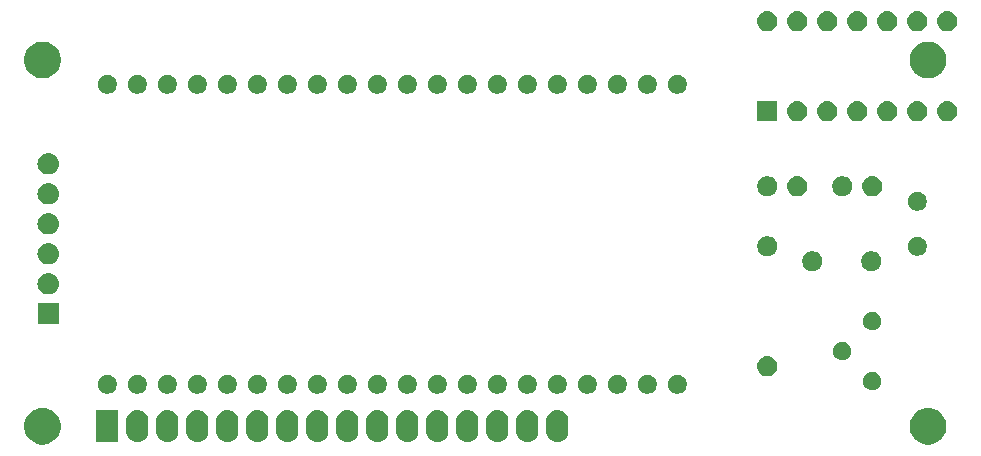
<source format=gbr>
G04 #@! TF.GenerationSoftware,KiCad,Pcbnew,(5.0.1-3-g963ef8bb5)*
G04 #@! TF.CreationDate,2020-05-21T20:41:20+01:00*
G04 #@! TF.ProjectId,Acorn_POST,41636F726E5F504F53542E6B69636164,rev?*
G04 #@! TF.SameCoordinates,Original*
G04 #@! TF.FileFunction,Soldermask,Top*
G04 #@! TF.FilePolarity,Negative*
%FSLAX46Y46*%
G04 Gerber Fmt 4.6, Leading zero omitted, Abs format (unit mm)*
G04 Created by KiCad (PCBNEW (5.0.1-3-g963ef8bb5)) date Thursday, 21 May 2020 at 20:41:20*
%MOMM*%
%LPD*%
G01*
G04 APERTURE LIST*
%ADD10C,0.100000*%
G04 APERTURE END LIST*
D10*
G36*
X180342527Y-107708736D02*
X180442410Y-107728604D01*
X180724674Y-107845521D01*
X180978705Y-108015259D01*
X181194741Y-108231295D01*
X181364479Y-108485326D01*
X181481396Y-108767590D01*
X181541000Y-109067240D01*
X181541000Y-109372760D01*
X181481396Y-109672410D01*
X181364479Y-109954674D01*
X181194741Y-110208705D01*
X180978705Y-110424741D01*
X180724674Y-110594479D01*
X180442410Y-110711396D01*
X180342527Y-110731264D01*
X180142762Y-110771000D01*
X179837238Y-110771000D01*
X179637473Y-110731264D01*
X179537590Y-110711396D01*
X179255326Y-110594479D01*
X179001295Y-110424741D01*
X178785259Y-110208705D01*
X178615521Y-109954674D01*
X178498604Y-109672410D01*
X178439000Y-109372760D01*
X178439000Y-109067240D01*
X178498604Y-108767590D01*
X178615521Y-108485326D01*
X178785259Y-108231295D01*
X179001295Y-108015259D01*
X179255326Y-107845521D01*
X179537590Y-107728604D01*
X179637473Y-107708736D01*
X179837238Y-107669000D01*
X180142762Y-107669000D01*
X180342527Y-107708736D01*
X180342527Y-107708736D01*
G37*
G36*
X105343427Y-107708736D02*
X105443310Y-107728604D01*
X105725574Y-107845521D01*
X105979605Y-108015259D01*
X106195641Y-108231295D01*
X106365379Y-108485326D01*
X106482296Y-108767590D01*
X106541900Y-109067240D01*
X106541900Y-109372760D01*
X106482296Y-109672410D01*
X106365379Y-109954674D01*
X106195641Y-110208705D01*
X105979605Y-110424741D01*
X105725574Y-110594479D01*
X105443310Y-110711396D01*
X105343427Y-110731264D01*
X105143662Y-110771000D01*
X104838138Y-110771000D01*
X104638373Y-110731264D01*
X104538490Y-110711396D01*
X104256226Y-110594479D01*
X104002195Y-110424741D01*
X103786159Y-110208705D01*
X103616421Y-109954674D01*
X103499504Y-109672410D01*
X103439900Y-109372760D01*
X103439900Y-109067240D01*
X103499504Y-108767590D01*
X103616421Y-108485326D01*
X103786159Y-108231295D01*
X104002195Y-108015259D01*
X104256226Y-107845521D01*
X104538490Y-107728604D01*
X104638373Y-107708736D01*
X104838138Y-107669000D01*
X105143662Y-107669000D01*
X105343427Y-107708736D01*
X105343427Y-107708736D01*
G37*
G36*
X118296424Y-107882760D02*
X118296427Y-107882761D01*
X118296428Y-107882761D01*
X118475692Y-107937140D01*
X118475694Y-107937141D01*
X118475697Y-107937142D01*
X118640904Y-108025446D01*
X118785712Y-108144288D01*
X118904552Y-108289095D01*
X118992859Y-108454305D01*
X119047240Y-108633575D01*
X119061000Y-108773282D01*
X119061000Y-109666717D01*
X119047240Y-109806426D01*
X118992860Y-109985694D01*
X118904552Y-110150905D01*
X118785712Y-110295712D01*
X118640905Y-110414552D01*
X118640903Y-110414553D01*
X118475693Y-110502860D01*
X118296429Y-110557239D01*
X118296428Y-110557239D01*
X118296425Y-110557240D01*
X118110000Y-110575601D01*
X117923576Y-110557240D01*
X117923573Y-110557239D01*
X117923572Y-110557239D01*
X117744308Y-110502860D01*
X117579098Y-110414553D01*
X117579096Y-110414552D01*
X117434289Y-110295712D01*
X117315449Y-110150905D01*
X117227140Y-109985691D01*
X117172760Y-109806430D01*
X117159000Y-109666718D01*
X117159000Y-108773283D01*
X117172760Y-108633576D01*
X117172761Y-108633572D01*
X117227140Y-108454308D01*
X117227141Y-108454306D01*
X117227142Y-108454303D01*
X117315446Y-108289096D01*
X117434288Y-108144288D01*
X117579095Y-108025448D01*
X117744305Y-107937141D01*
X117744307Y-107937140D01*
X117923571Y-107882761D01*
X117923572Y-107882761D01*
X117923575Y-107882760D01*
X118110000Y-107864399D01*
X118296424Y-107882760D01*
X118296424Y-107882760D01*
G37*
G36*
X120836424Y-107882760D02*
X120836427Y-107882761D01*
X120836428Y-107882761D01*
X121015692Y-107937140D01*
X121015694Y-107937141D01*
X121015697Y-107937142D01*
X121180904Y-108025446D01*
X121325712Y-108144288D01*
X121444552Y-108289095D01*
X121532859Y-108454305D01*
X121587240Y-108633575D01*
X121601000Y-108773282D01*
X121601000Y-109666717D01*
X121587240Y-109806426D01*
X121532860Y-109985694D01*
X121444552Y-110150905D01*
X121325712Y-110295712D01*
X121180905Y-110414552D01*
X121180903Y-110414553D01*
X121015693Y-110502860D01*
X120836429Y-110557239D01*
X120836428Y-110557239D01*
X120836425Y-110557240D01*
X120650000Y-110575601D01*
X120463576Y-110557240D01*
X120463573Y-110557239D01*
X120463572Y-110557239D01*
X120284308Y-110502860D01*
X120119098Y-110414553D01*
X120119096Y-110414552D01*
X119974289Y-110295712D01*
X119855449Y-110150905D01*
X119767140Y-109985691D01*
X119712760Y-109806430D01*
X119699000Y-109666718D01*
X119699000Y-108773283D01*
X119712760Y-108633576D01*
X119712761Y-108633572D01*
X119767140Y-108454308D01*
X119767141Y-108454306D01*
X119767142Y-108454303D01*
X119855446Y-108289096D01*
X119974288Y-108144288D01*
X120119095Y-108025448D01*
X120284305Y-107937141D01*
X120284307Y-107937140D01*
X120463571Y-107882761D01*
X120463572Y-107882761D01*
X120463575Y-107882760D01*
X120650000Y-107864399D01*
X120836424Y-107882760D01*
X120836424Y-107882760D01*
G37*
G36*
X123376424Y-107882760D02*
X123376427Y-107882761D01*
X123376428Y-107882761D01*
X123555692Y-107937140D01*
X123555694Y-107937141D01*
X123555697Y-107937142D01*
X123720904Y-108025446D01*
X123865712Y-108144288D01*
X123984552Y-108289095D01*
X124072859Y-108454305D01*
X124127240Y-108633575D01*
X124141000Y-108773282D01*
X124141000Y-109666717D01*
X124127240Y-109806426D01*
X124072860Y-109985694D01*
X123984552Y-110150905D01*
X123865712Y-110295712D01*
X123720905Y-110414552D01*
X123720903Y-110414553D01*
X123555693Y-110502860D01*
X123376429Y-110557239D01*
X123376428Y-110557239D01*
X123376425Y-110557240D01*
X123190000Y-110575601D01*
X123003576Y-110557240D01*
X123003573Y-110557239D01*
X123003572Y-110557239D01*
X122824308Y-110502860D01*
X122659098Y-110414553D01*
X122659096Y-110414552D01*
X122514289Y-110295712D01*
X122395449Y-110150905D01*
X122307140Y-109985691D01*
X122252760Y-109806430D01*
X122239000Y-109666718D01*
X122239000Y-108773283D01*
X122252760Y-108633576D01*
X122252761Y-108633572D01*
X122307140Y-108454308D01*
X122307141Y-108454306D01*
X122307142Y-108454303D01*
X122395446Y-108289096D01*
X122514288Y-108144288D01*
X122659095Y-108025448D01*
X122824305Y-107937141D01*
X122824307Y-107937140D01*
X123003571Y-107882761D01*
X123003572Y-107882761D01*
X123003575Y-107882760D01*
X123190000Y-107864399D01*
X123376424Y-107882760D01*
X123376424Y-107882760D01*
G37*
G36*
X125916424Y-107882760D02*
X125916427Y-107882761D01*
X125916428Y-107882761D01*
X126095692Y-107937140D01*
X126095694Y-107937141D01*
X126095697Y-107937142D01*
X126260904Y-108025446D01*
X126405712Y-108144288D01*
X126524552Y-108289095D01*
X126612859Y-108454305D01*
X126667240Y-108633575D01*
X126681000Y-108773282D01*
X126681000Y-109666717D01*
X126667240Y-109806426D01*
X126612860Y-109985694D01*
X126524552Y-110150905D01*
X126405712Y-110295712D01*
X126260905Y-110414552D01*
X126260903Y-110414553D01*
X126095693Y-110502860D01*
X125916429Y-110557239D01*
X125916428Y-110557239D01*
X125916425Y-110557240D01*
X125730000Y-110575601D01*
X125543576Y-110557240D01*
X125543573Y-110557239D01*
X125543572Y-110557239D01*
X125364308Y-110502860D01*
X125199098Y-110414553D01*
X125199096Y-110414552D01*
X125054289Y-110295712D01*
X124935449Y-110150905D01*
X124847140Y-109985691D01*
X124792760Y-109806430D01*
X124779000Y-109666718D01*
X124779000Y-108773283D01*
X124792760Y-108633576D01*
X124792761Y-108633572D01*
X124847140Y-108454308D01*
X124847141Y-108454306D01*
X124847142Y-108454303D01*
X124935446Y-108289096D01*
X125054288Y-108144288D01*
X125199095Y-108025448D01*
X125364305Y-107937141D01*
X125364307Y-107937140D01*
X125543571Y-107882761D01*
X125543572Y-107882761D01*
X125543575Y-107882760D01*
X125730000Y-107864399D01*
X125916424Y-107882760D01*
X125916424Y-107882760D01*
G37*
G36*
X128456424Y-107882760D02*
X128456427Y-107882761D01*
X128456428Y-107882761D01*
X128635692Y-107937140D01*
X128635694Y-107937141D01*
X128635697Y-107937142D01*
X128800904Y-108025446D01*
X128945712Y-108144288D01*
X129064552Y-108289095D01*
X129152859Y-108454305D01*
X129207240Y-108633575D01*
X129221000Y-108773282D01*
X129221000Y-109666717D01*
X129207240Y-109806426D01*
X129152860Y-109985694D01*
X129064552Y-110150905D01*
X128945712Y-110295712D01*
X128800905Y-110414552D01*
X128800903Y-110414553D01*
X128635693Y-110502860D01*
X128456429Y-110557239D01*
X128456428Y-110557239D01*
X128456425Y-110557240D01*
X128270000Y-110575601D01*
X128083576Y-110557240D01*
X128083573Y-110557239D01*
X128083572Y-110557239D01*
X127904308Y-110502860D01*
X127739098Y-110414553D01*
X127739096Y-110414552D01*
X127594289Y-110295712D01*
X127475449Y-110150905D01*
X127387140Y-109985691D01*
X127332760Y-109806430D01*
X127319000Y-109666718D01*
X127319000Y-108773283D01*
X127332760Y-108633576D01*
X127332761Y-108633572D01*
X127387140Y-108454308D01*
X127387141Y-108454306D01*
X127387142Y-108454303D01*
X127475446Y-108289096D01*
X127594288Y-108144288D01*
X127739095Y-108025448D01*
X127904305Y-107937141D01*
X127904307Y-107937140D01*
X128083571Y-107882761D01*
X128083572Y-107882761D01*
X128083575Y-107882760D01*
X128270000Y-107864399D01*
X128456424Y-107882760D01*
X128456424Y-107882760D01*
G37*
G36*
X130996424Y-107882760D02*
X130996427Y-107882761D01*
X130996428Y-107882761D01*
X131175692Y-107937140D01*
X131175694Y-107937141D01*
X131175697Y-107937142D01*
X131340904Y-108025446D01*
X131485712Y-108144288D01*
X131604552Y-108289095D01*
X131692859Y-108454305D01*
X131747240Y-108633575D01*
X131761000Y-108773282D01*
X131761000Y-109666717D01*
X131747240Y-109806426D01*
X131692860Y-109985694D01*
X131604552Y-110150905D01*
X131485712Y-110295712D01*
X131340905Y-110414552D01*
X131340903Y-110414553D01*
X131175693Y-110502860D01*
X130996429Y-110557239D01*
X130996428Y-110557239D01*
X130996425Y-110557240D01*
X130810000Y-110575601D01*
X130623576Y-110557240D01*
X130623573Y-110557239D01*
X130623572Y-110557239D01*
X130444308Y-110502860D01*
X130279098Y-110414553D01*
X130279096Y-110414552D01*
X130134289Y-110295712D01*
X130015449Y-110150905D01*
X129927140Y-109985691D01*
X129872760Y-109806430D01*
X129859000Y-109666718D01*
X129859000Y-108773283D01*
X129872760Y-108633576D01*
X129872761Y-108633572D01*
X129927140Y-108454308D01*
X129927141Y-108454306D01*
X129927142Y-108454303D01*
X130015446Y-108289096D01*
X130134288Y-108144288D01*
X130279095Y-108025448D01*
X130444305Y-107937141D01*
X130444307Y-107937140D01*
X130623571Y-107882761D01*
X130623572Y-107882761D01*
X130623575Y-107882760D01*
X130810000Y-107864399D01*
X130996424Y-107882760D01*
X130996424Y-107882760D01*
G37*
G36*
X133536424Y-107882760D02*
X133536427Y-107882761D01*
X133536428Y-107882761D01*
X133715692Y-107937140D01*
X133715694Y-107937141D01*
X133715697Y-107937142D01*
X133880904Y-108025446D01*
X134025712Y-108144288D01*
X134144552Y-108289095D01*
X134232859Y-108454305D01*
X134287240Y-108633575D01*
X134301000Y-108773282D01*
X134301000Y-109666717D01*
X134287240Y-109806426D01*
X134232860Y-109985694D01*
X134144552Y-110150905D01*
X134025712Y-110295712D01*
X133880905Y-110414552D01*
X133880903Y-110414553D01*
X133715693Y-110502860D01*
X133536429Y-110557239D01*
X133536428Y-110557239D01*
X133536425Y-110557240D01*
X133350000Y-110575601D01*
X133163576Y-110557240D01*
X133163573Y-110557239D01*
X133163572Y-110557239D01*
X132984308Y-110502860D01*
X132819098Y-110414553D01*
X132819096Y-110414552D01*
X132674289Y-110295712D01*
X132555449Y-110150905D01*
X132467140Y-109985691D01*
X132412760Y-109806430D01*
X132399000Y-109666718D01*
X132399000Y-108773283D01*
X132412760Y-108633576D01*
X132412761Y-108633572D01*
X132467140Y-108454308D01*
X132467141Y-108454306D01*
X132467142Y-108454303D01*
X132555446Y-108289096D01*
X132674288Y-108144288D01*
X132819095Y-108025448D01*
X132984305Y-107937141D01*
X132984307Y-107937140D01*
X133163571Y-107882761D01*
X133163572Y-107882761D01*
X133163575Y-107882760D01*
X133350000Y-107864399D01*
X133536424Y-107882760D01*
X133536424Y-107882760D01*
G37*
G36*
X136076424Y-107882760D02*
X136076427Y-107882761D01*
X136076428Y-107882761D01*
X136255692Y-107937140D01*
X136255694Y-107937141D01*
X136255697Y-107937142D01*
X136420904Y-108025446D01*
X136565712Y-108144288D01*
X136684552Y-108289095D01*
X136772859Y-108454305D01*
X136827240Y-108633575D01*
X136841000Y-108773282D01*
X136841000Y-109666717D01*
X136827240Y-109806426D01*
X136772860Y-109985694D01*
X136684552Y-110150905D01*
X136565712Y-110295712D01*
X136420905Y-110414552D01*
X136420903Y-110414553D01*
X136255693Y-110502860D01*
X136076429Y-110557239D01*
X136076428Y-110557239D01*
X136076425Y-110557240D01*
X135890000Y-110575601D01*
X135703576Y-110557240D01*
X135703573Y-110557239D01*
X135703572Y-110557239D01*
X135524308Y-110502860D01*
X135359098Y-110414553D01*
X135359096Y-110414552D01*
X135214289Y-110295712D01*
X135095449Y-110150905D01*
X135007140Y-109985691D01*
X134952760Y-109806430D01*
X134939000Y-109666718D01*
X134939000Y-108773283D01*
X134952760Y-108633576D01*
X134952761Y-108633572D01*
X135007140Y-108454308D01*
X135007141Y-108454306D01*
X135007142Y-108454303D01*
X135095446Y-108289096D01*
X135214288Y-108144288D01*
X135359095Y-108025448D01*
X135524305Y-107937141D01*
X135524307Y-107937140D01*
X135703571Y-107882761D01*
X135703572Y-107882761D01*
X135703575Y-107882760D01*
X135890000Y-107864399D01*
X136076424Y-107882760D01*
X136076424Y-107882760D01*
G37*
G36*
X138616424Y-107882760D02*
X138616427Y-107882761D01*
X138616428Y-107882761D01*
X138795692Y-107937140D01*
X138795694Y-107937141D01*
X138795697Y-107937142D01*
X138960904Y-108025446D01*
X139105712Y-108144288D01*
X139224552Y-108289095D01*
X139312859Y-108454305D01*
X139367240Y-108633575D01*
X139381000Y-108773282D01*
X139381000Y-109666717D01*
X139367240Y-109806426D01*
X139312860Y-109985694D01*
X139224552Y-110150905D01*
X139105712Y-110295712D01*
X138960905Y-110414552D01*
X138960903Y-110414553D01*
X138795693Y-110502860D01*
X138616429Y-110557239D01*
X138616428Y-110557239D01*
X138616425Y-110557240D01*
X138430000Y-110575601D01*
X138243576Y-110557240D01*
X138243573Y-110557239D01*
X138243572Y-110557239D01*
X138064308Y-110502860D01*
X137899098Y-110414553D01*
X137899096Y-110414552D01*
X137754289Y-110295712D01*
X137635449Y-110150905D01*
X137547140Y-109985691D01*
X137492760Y-109806430D01*
X137479000Y-109666718D01*
X137479000Y-108773283D01*
X137492760Y-108633576D01*
X137492761Y-108633572D01*
X137547140Y-108454308D01*
X137547141Y-108454306D01*
X137547142Y-108454303D01*
X137635446Y-108289096D01*
X137754288Y-108144288D01*
X137899095Y-108025448D01*
X138064305Y-107937141D01*
X138064307Y-107937140D01*
X138243571Y-107882761D01*
X138243572Y-107882761D01*
X138243575Y-107882760D01*
X138430000Y-107864399D01*
X138616424Y-107882760D01*
X138616424Y-107882760D01*
G37*
G36*
X141156424Y-107882760D02*
X141156427Y-107882761D01*
X141156428Y-107882761D01*
X141335692Y-107937140D01*
X141335694Y-107937141D01*
X141335697Y-107937142D01*
X141500904Y-108025446D01*
X141645712Y-108144288D01*
X141764552Y-108289095D01*
X141852859Y-108454305D01*
X141907240Y-108633575D01*
X141921000Y-108773282D01*
X141921000Y-109666717D01*
X141907240Y-109806426D01*
X141852860Y-109985694D01*
X141764552Y-110150905D01*
X141645712Y-110295712D01*
X141500905Y-110414552D01*
X141500903Y-110414553D01*
X141335693Y-110502860D01*
X141156429Y-110557239D01*
X141156428Y-110557239D01*
X141156425Y-110557240D01*
X140970000Y-110575601D01*
X140783576Y-110557240D01*
X140783573Y-110557239D01*
X140783572Y-110557239D01*
X140604308Y-110502860D01*
X140439098Y-110414553D01*
X140439096Y-110414552D01*
X140294289Y-110295712D01*
X140175449Y-110150905D01*
X140087140Y-109985691D01*
X140032760Y-109806430D01*
X140019000Y-109666718D01*
X140019000Y-108773283D01*
X140032760Y-108633576D01*
X140032761Y-108633572D01*
X140087140Y-108454308D01*
X140087141Y-108454306D01*
X140087142Y-108454303D01*
X140175446Y-108289096D01*
X140294288Y-108144288D01*
X140439095Y-108025448D01*
X140604305Y-107937141D01*
X140604307Y-107937140D01*
X140783571Y-107882761D01*
X140783572Y-107882761D01*
X140783575Y-107882760D01*
X140970000Y-107864399D01*
X141156424Y-107882760D01*
X141156424Y-107882760D01*
G37*
G36*
X143696424Y-107882760D02*
X143696427Y-107882761D01*
X143696428Y-107882761D01*
X143875692Y-107937140D01*
X143875694Y-107937141D01*
X143875697Y-107937142D01*
X144040904Y-108025446D01*
X144185712Y-108144288D01*
X144304552Y-108289095D01*
X144392859Y-108454305D01*
X144447240Y-108633575D01*
X144461000Y-108773282D01*
X144461000Y-109666717D01*
X144447240Y-109806426D01*
X144392860Y-109985694D01*
X144304552Y-110150905D01*
X144185712Y-110295712D01*
X144040905Y-110414552D01*
X144040903Y-110414553D01*
X143875693Y-110502860D01*
X143696429Y-110557239D01*
X143696428Y-110557239D01*
X143696425Y-110557240D01*
X143510000Y-110575601D01*
X143323576Y-110557240D01*
X143323573Y-110557239D01*
X143323572Y-110557239D01*
X143144308Y-110502860D01*
X142979098Y-110414553D01*
X142979096Y-110414552D01*
X142834289Y-110295712D01*
X142715449Y-110150905D01*
X142627140Y-109985691D01*
X142572760Y-109806430D01*
X142559000Y-109666718D01*
X142559000Y-108773283D01*
X142572760Y-108633576D01*
X142572761Y-108633572D01*
X142627140Y-108454308D01*
X142627141Y-108454306D01*
X142627142Y-108454303D01*
X142715446Y-108289096D01*
X142834288Y-108144288D01*
X142979095Y-108025448D01*
X143144305Y-107937141D01*
X143144307Y-107937140D01*
X143323571Y-107882761D01*
X143323572Y-107882761D01*
X143323575Y-107882760D01*
X143510000Y-107864399D01*
X143696424Y-107882760D01*
X143696424Y-107882760D01*
G37*
G36*
X146236424Y-107882760D02*
X146236427Y-107882761D01*
X146236428Y-107882761D01*
X146415692Y-107937140D01*
X146415694Y-107937141D01*
X146415697Y-107937142D01*
X146580904Y-108025446D01*
X146725712Y-108144288D01*
X146844552Y-108289095D01*
X146932859Y-108454305D01*
X146987240Y-108633575D01*
X147001000Y-108773282D01*
X147001000Y-109666717D01*
X146987240Y-109806426D01*
X146932860Y-109985694D01*
X146844552Y-110150905D01*
X146725712Y-110295712D01*
X146580905Y-110414552D01*
X146580903Y-110414553D01*
X146415693Y-110502860D01*
X146236429Y-110557239D01*
X146236428Y-110557239D01*
X146236425Y-110557240D01*
X146050000Y-110575601D01*
X145863576Y-110557240D01*
X145863573Y-110557239D01*
X145863572Y-110557239D01*
X145684308Y-110502860D01*
X145519098Y-110414553D01*
X145519096Y-110414552D01*
X145374289Y-110295712D01*
X145255449Y-110150905D01*
X145167140Y-109985691D01*
X145112760Y-109806430D01*
X145099000Y-109666718D01*
X145099000Y-108773283D01*
X145112760Y-108633576D01*
X145112761Y-108633572D01*
X145167140Y-108454308D01*
X145167141Y-108454306D01*
X145167142Y-108454303D01*
X145255446Y-108289096D01*
X145374288Y-108144288D01*
X145519095Y-108025448D01*
X145684305Y-107937141D01*
X145684307Y-107937140D01*
X145863571Y-107882761D01*
X145863572Y-107882761D01*
X145863575Y-107882760D01*
X146050000Y-107864399D01*
X146236424Y-107882760D01*
X146236424Y-107882760D01*
G37*
G36*
X148776424Y-107882760D02*
X148776427Y-107882761D01*
X148776428Y-107882761D01*
X148955692Y-107937140D01*
X148955694Y-107937141D01*
X148955697Y-107937142D01*
X149120904Y-108025446D01*
X149265712Y-108144288D01*
X149384552Y-108289095D01*
X149472859Y-108454305D01*
X149527240Y-108633575D01*
X149541000Y-108773282D01*
X149541000Y-109666717D01*
X149527240Y-109806426D01*
X149472860Y-109985694D01*
X149384552Y-110150905D01*
X149265712Y-110295712D01*
X149120905Y-110414552D01*
X149120903Y-110414553D01*
X148955693Y-110502860D01*
X148776429Y-110557239D01*
X148776428Y-110557239D01*
X148776425Y-110557240D01*
X148590000Y-110575601D01*
X148403576Y-110557240D01*
X148403573Y-110557239D01*
X148403572Y-110557239D01*
X148224308Y-110502860D01*
X148059098Y-110414553D01*
X148059096Y-110414552D01*
X147914289Y-110295712D01*
X147795449Y-110150905D01*
X147707140Y-109985691D01*
X147652760Y-109806430D01*
X147639000Y-109666718D01*
X147639000Y-108773283D01*
X147652760Y-108633576D01*
X147652761Y-108633572D01*
X147707140Y-108454308D01*
X147707141Y-108454306D01*
X147707142Y-108454303D01*
X147795446Y-108289096D01*
X147914288Y-108144288D01*
X148059095Y-108025448D01*
X148224305Y-107937141D01*
X148224307Y-107937140D01*
X148403571Y-107882761D01*
X148403572Y-107882761D01*
X148403575Y-107882760D01*
X148590000Y-107864399D01*
X148776424Y-107882760D01*
X148776424Y-107882760D01*
G37*
G36*
X113216424Y-107882760D02*
X113216427Y-107882761D01*
X113216428Y-107882761D01*
X113395692Y-107937140D01*
X113395694Y-107937141D01*
X113395697Y-107937142D01*
X113560904Y-108025446D01*
X113705712Y-108144288D01*
X113824552Y-108289095D01*
X113912859Y-108454305D01*
X113967240Y-108633575D01*
X113981000Y-108773282D01*
X113981000Y-109666717D01*
X113967240Y-109806426D01*
X113912860Y-109985694D01*
X113824552Y-110150905D01*
X113705712Y-110295712D01*
X113560905Y-110414552D01*
X113560903Y-110414553D01*
X113395693Y-110502860D01*
X113216429Y-110557239D01*
X113216428Y-110557239D01*
X113216425Y-110557240D01*
X113030000Y-110575601D01*
X112843576Y-110557240D01*
X112843573Y-110557239D01*
X112843572Y-110557239D01*
X112664308Y-110502860D01*
X112499098Y-110414553D01*
X112499096Y-110414552D01*
X112354289Y-110295712D01*
X112235449Y-110150905D01*
X112147140Y-109985691D01*
X112092760Y-109806430D01*
X112079000Y-109666718D01*
X112079000Y-108773283D01*
X112092760Y-108633576D01*
X112092761Y-108633572D01*
X112147140Y-108454308D01*
X112147141Y-108454306D01*
X112147142Y-108454303D01*
X112235446Y-108289096D01*
X112354288Y-108144288D01*
X112499095Y-108025448D01*
X112664305Y-107937141D01*
X112664307Y-107937140D01*
X112843571Y-107882761D01*
X112843572Y-107882761D01*
X112843575Y-107882760D01*
X113030000Y-107864399D01*
X113216424Y-107882760D01*
X113216424Y-107882760D01*
G37*
G36*
X115756424Y-107882760D02*
X115756427Y-107882761D01*
X115756428Y-107882761D01*
X115935692Y-107937140D01*
X115935694Y-107937141D01*
X115935697Y-107937142D01*
X116100904Y-108025446D01*
X116245712Y-108144288D01*
X116364552Y-108289095D01*
X116452859Y-108454305D01*
X116507240Y-108633575D01*
X116521000Y-108773282D01*
X116521000Y-109666717D01*
X116507240Y-109806426D01*
X116452860Y-109985694D01*
X116364552Y-110150905D01*
X116245712Y-110295712D01*
X116100905Y-110414552D01*
X116100903Y-110414553D01*
X115935693Y-110502860D01*
X115756429Y-110557239D01*
X115756428Y-110557239D01*
X115756425Y-110557240D01*
X115570000Y-110575601D01*
X115383576Y-110557240D01*
X115383573Y-110557239D01*
X115383572Y-110557239D01*
X115204308Y-110502860D01*
X115039098Y-110414553D01*
X115039096Y-110414552D01*
X114894289Y-110295712D01*
X114775449Y-110150905D01*
X114687140Y-109985691D01*
X114632760Y-109806430D01*
X114619000Y-109666718D01*
X114619000Y-108773283D01*
X114632760Y-108633576D01*
X114632761Y-108633572D01*
X114687140Y-108454308D01*
X114687141Y-108454306D01*
X114687142Y-108454303D01*
X114775446Y-108289096D01*
X114894288Y-108144288D01*
X115039095Y-108025448D01*
X115204305Y-107937141D01*
X115204307Y-107937140D01*
X115383571Y-107882761D01*
X115383572Y-107882761D01*
X115383575Y-107882760D01*
X115570000Y-107864399D01*
X115756424Y-107882760D01*
X115756424Y-107882760D01*
G37*
G36*
X111441000Y-110571000D02*
X109539000Y-110571000D01*
X109539000Y-107869000D01*
X111441000Y-107869000D01*
X111441000Y-110571000D01*
X111441000Y-110571000D01*
G37*
G36*
X113267142Y-104882242D02*
X113415102Y-104943530D01*
X113548258Y-105032502D01*
X113661498Y-105145742D01*
X113750470Y-105278898D01*
X113811758Y-105426858D01*
X113843000Y-105583925D01*
X113843000Y-105744075D01*
X113811758Y-105901142D01*
X113750470Y-106049102D01*
X113661498Y-106182258D01*
X113548258Y-106295498D01*
X113415102Y-106384470D01*
X113267142Y-106445758D01*
X113110075Y-106477000D01*
X112949925Y-106477000D01*
X112792858Y-106445758D01*
X112644898Y-106384470D01*
X112511742Y-106295498D01*
X112398502Y-106182258D01*
X112309530Y-106049102D01*
X112248242Y-105901142D01*
X112217000Y-105744075D01*
X112217000Y-105583925D01*
X112248242Y-105426858D01*
X112309530Y-105278898D01*
X112398502Y-105145742D01*
X112511742Y-105032502D01*
X112644898Y-104943530D01*
X112792858Y-104882242D01*
X112949925Y-104851000D01*
X113110075Y-104851000D01*
X113267142Y-104882242D01*
X113267142Y-104882242D01*
G37*
G36*
X110727142Y-104882242D02*
X110875102Y-104943530D01*
X111008258Y-105032502D01*
X111121498Y-105145742D01*
X111210470Y-105278898D01*
X111271758Y-105426858D01*
X111303000Y-105583925D01*
X111303000Y-105744075D01*
X111271758Y-105901142D01*
X111210470Y-106049102D01*
X111121498Y-106182258D01*
X111008258Y-106295498D01*
X110875102Y-106384470D01*
X110727142Y-106445758D01*
X110570075Y-106477000D01*
X110409925Y-106477000D01*
X110252858Y-106445758D01*
X110104898Y-106384470D01*
X109971742Y-106295498D01*
X109858502Y-106182258D01*
X109769530Y-106049102D01*
X109708242Y-105901142D01*
X109677000Y-105744075D01*
X109677000Y-105583925D01*
X109708242Y-105426858D01*
X109769530Y-105278898D01*
X109858502Y-105145742D01*
X109971742Y-105032502D01*
X110104898Y-104943530D01*
X110252858Y-104882242D01*
X110409925Y-104851000D01*
X110570075Y-104851000D01*
X110727142Y-104882242D01*
X110727142Y-104882242D01*
G37*
G36*
X156447142Y-104882242D02*
X156595102Y-104943530D01*
X156728258Y-105032502D01*
X156841498Y-105145742D01*
X156930470Y-105278898D01*
X156991758Y-105426858D01*
X157023000Y-105583925D01*
X157023000Y-105744075D01*
X156991758Y-105901142D01*
X156930470Y-106049102D01*
X156841498Y-106182258D01*
X156728258Y-106295498D01*
X156595102Y-106384470D01*
X156447142Y-106445758D01*
X156290075Y-106477000D01*
X156129925Y-106477000D01*
X155972858Y-106445758D01*
X155824898Y-106384470D01*
X155691742Y-106295498D01*
X155578502Y-106182258D01*
X155489530Y-106049102D01*
X155428242Y-105901142D01*
X155397000Y-105744075D01*
X155397000Y-105583925D01*
X155428242Y-105426858D01*
X155489530Y-105278898D01*
X155578502Y-105145742D01*
X155691742Y-105032502D01*
X155824898Y-104943530D01*
X155972858Y-104882242D01*
X156129925Y-104851000D01*
X156290075Y-104851000D01*
X156447142Y-104882242D01*
X156447142Y-104882242D01*
G37*
G36*
X153907142Y-104882242D02*
X154055102Y-104943530D01*
X154188258Y-105032502D01*
X154301498Y-105145742D01*
X154390470Y-105278898D01*
X154451758Y-105426858D01*
X154483000Y-105583925D01*
X154483000Y-105744075D01*
X154451758Y-105901142D01*
X154390470Y-106049102D01*
X154301498Y-106182258D01*
X154188258Y-106295498D01*
X154055102Y-106384470D01*
X153907142Y-106445758D01*
X153750075Y-106477000D01*
X153589925Y-106477000D01*
X153432858Y-106445758D01*
X153284898Y-106384470D01*
X153151742Y-106295498D01*
X153038502Y-106182258D01*
X152949530Y-106049102D01*
X152888242Y-105901142D01*
X152857000Y-105744075D01*
X152857000Y-105583925D01*
X152888242Y-105426858D01*
X152949530Y-105278898D01*
X153038502Y-105145742D01*
X153151742Y-105032502D01*
X153284898Y-104943530D01*
X153432858Y-104882242D01*
X153589925Y-104851000D01*
X153750075Y-104851000D01*
X153907142Y-104882242D01*
X153907142Y-104882242D01*
G37*
G36*
X151367142Y-104882242D02*
X151515102Y-104943530D01*
X151648258Y-105032502D01*
X151761498Y-105145742D01*
X151850470Y-105278898D01*
X151911758Y-105426858D01*
X151943000Y-105583925D01*
X151943000Y-105744075D01*
X151911758Y-105901142D01*
X151850470Y-106049102D01*
X151761498Y-106182258D01*
X151648258Y-106295498D01*
X151515102Y-106384470D01*
X151367142Y-106445758D01*
X151210075Y-106477000D01*
X151049925Y-106477000D01*
X150892858Y-106445758D01*
X150744898Y-106384470D01*
X150611742Y-106295498D01*
X150498502Y-106182258D01*
X150409530Y-106049102D01*
X150348242Y-105901142D01*
X150317000Y-105744075D01*
X150317000Y-105583925D01*
X150348242Y-105426858D01*
X150409530Y-105278898D01*
X150498502Y-105145742D01*
X150611742Y-105032502D01*
X150744898Y-104943530D01*
X150892858Y-104882242D01*
X151049925Y-104851000D01*
X151210075Y-104851000D01*
X151367142Y-104882242D01*
X151367142Y-104882242D01*
G37*
G36*
X148827142Y-104882242D02*
X148975102Y-104943530D01*
X149108258Y-105032502D01*
X149221498Y-105145742D01*
X149310470Y-105278898D01*
X149371758Y-105426858D01*
X149403000Y-105583925D01*
X149403000Y-105744075D01*
X149371758Y-105901142D01*
X149310470Y-106049102D01*
X149221498Y-106182258D01*
X149108258Y-106295498D01*
X148975102Y-106384470D01*
X148827142Y-106445758D01*
X148670075Y-106477000D01*
X148509925Y-106477000D01*
X148352858Y-106445758D01*
X148204898Y-106384470D01*
X148071742Y-106295498D01*
X147958502Y-106182258D01*
X147869530Y-106049102D01*
X147808242Y-105901142D01*
X147777000Y-105744075D01*
X147777000Y-105583925D01*
X147808242Y-105426858D01*
X147869530Y-105278898D01*
X147958502Y-105145742D01*
X148071742Y-105032502D01*
X148204898Y-104943530D01*
X148352858Y-104882242D01*
X148509925Y-104851000D01*
X148670075Y-104851000D01*
X148827142Y-104882242D01*
X148827142Y-104882242D01*
G37*
G36*
X146287142Y-104882242D02*
X146435102Y-104943530D01*
X146568258Y-105032502D01*
X146681498Y-105145742D01*
X146770470Y-105278898D01*
X146831758Y-105426858D01*
X146863000Y-105583925D01*
X146863000Y-105744075D01*
X146831758Y-105901142D01*
X146770470Y-106049102D01*
X146681498Y-106182258D01*
X146568258Y-106295498D01*
X146435102Y-106384470D01*
X146287142Y-106445758D01*
X146130075Y-106477000D01*
X145969925Y-106477000D01*
X145812858Y-106445758D01*
X145664898Y-106384470D01*
X145531742Y-106295498D01*
X145418502Y-106182258D01*
X145329530Y-106049102D01*
X145268242Y-105901142D01*
X145237000Y-105744075D01*
X145237000Y-105583925D01*
X145268242Y-105426858D01*
X145329530Y-105278898D01*
X145418502Y-105145742D01*
X145531742Y-105032502D01*
X145664898Y-104943530D01*
X145812858Y-104882242D01*
X145969925Y-104851000D01*
X146130075Y-104851000D01*
X146287142Y-104882242D01*
X146287142Y-104882242D01*
G37*
G36*
X143747142Y-104882242D02*
X143895102Y-104943530D01*
X144028258Y-105032502D01*
X144141498Y-105145742D01*
X144230470Y-105278898D01*
X144291758Y-105426858D01*
X144323000Y-105583925D01*
X144323000Y-105744075D01*
X144291758Y-105901142D01*
X144230470Y-106049102D01*
X144141498Y-106182258D01*
X144028258Y-106295498D01*
X143895102Y-106384470D01*
X143747142Y-106445758D01*
X143590075Y-106477000D01*
X143429925Y-106477000D01*
X143272858Y-106445758D01*
X143124898Y-106384470D01*
X142991742Y-106295498D01*
X142878502Y-106182258D01*
X142789530Y-106049102D01*
X142728242Y-105901142D01*
X142697000Y-105744075D01*
X142697000Y-105583925D01*
X142728242Y-105426858D01*
X142789530Y-105278898D01*
X142878502Y-105145742D01*
X142991742Y-105032502D01*
X143124898Y-104943530D01*
X143272858Y-104882242D01*
X143429925Y-104851000D01*
X143590075Y-104851000D01*
X143747142Y-104882242D01*
X143747142Y-104882242D01*
G37*
G36*
X141207142Y-104882242D02*
X141355102Y-104943530D01*
X141488258Y-105032502D01*
X141601498Y-105145742D01*
X141690470Y-105278898D01*
X141751758Y-105426858D01*
X141783000Y-105583925D01*
X141783000Y-105744075D01*
X141751758Y-105901142D01*
X141690470Y-106049102D01*
X141601498Y-106182258D01*
X141488258Y-106295498D01*
X141355102Y-106384470D01*
X141207142Y-106445758D01*
X141050075Y-106477000D01*
X140889925Y-106477000D01*
X140732858Y-106445758D01*
X140584898Y-106384470D01*
X140451742Y-106295498D01*
X140338502Y-106182258D01*
X140249530Y-106049102D01*
X140188242Y-105901142D01*
X140157000Y-105744075D01*
X140157000Y-105583925D01*
X140188242Y-105426858D01*
X140249530Y-105278898D01*
X140338502Y-105145742D01*
X140451742Y-105032502D01*
X140584898Y-104943530D01*
X140732858Y-104882242D01*
X140889925Y-104851000D01*
X141050075Y-104851000D01*
X141207142Y-104882242D01*
X141207142Y-104882242D01*
G37*
G36*
X138667142Y-104882242D02*
X138815102Y-104943530D01*
X138948258Y-105032502D01*
X139061498Y-105145742D01*
X139150470Y-105278898D01*
X139211758Y-105426858D01*
X139243000Y-105583925D01*
X139243000Y-105744075D01*
X139211758Y-105901142D01*
X139150470Y-106049102D01*
X139061498Y-106182258D01*
X138948258Y-106295498D01*
X138815102Y-106384470D01*
X138667142Y-106445758D01*
X138510075Y-106477000D01*
X138349925Y-106477000D01*
X138192858Y-106445758D01*
X138044898Y-106384470D01*
X137911742Y-106295498D01*
X137798502Y-106182258D01*
X137709530Y-106049102D01*
X137648242Y-105901142D01*
X137617000Y-105744075D01*
X137617000Y-105583925D01*
X137648242Y-105426858D01*
X137709530Y-105278898D01*
X137798502Y-105145742D01*
X137911742Y-105032502D01*
X138044898Y-104943530D01*
X138192858Y-104882242D01*
X138349925Y-104851000D01*
X138510075Y-104851000D01*
X138667142Y-104882242D01*
X138667142Y-104882242D01*
G37*
G36*
X136127142Y-104882242D02*
X136275102Y-104943530D01*
X136408258Y-105032502D01*
X136521498Y-105145742D01*
X136610470Y-105278898D01*
X136671758Y-105426858D01*
X136703000Y-105583925D01*
X136703000Y-105744075D01*
X136671758Y-105901142D01*
X136610470Y-106049102D01*
X136521498Y-106182258D01*
X136408258Y-106295498D01*
X136275102Y-106384470D01*
X136127142Y-106445758D01*
X135970075Y-106477000D01*
X135809925Y-106477000D01*
X135652858Y-106445758D01*
X135504898Y-106384470D01*
X135371742Y-106295498D01*
X135258502Y-106182258D01*
X135169530Y-106049102D01*
X135108242Y-105901142D01*
X135077000Y-105744075D01*
X135077000Y-105583925D01*
X135108242Y-105426858D01*
X135169530Y-105278898D01*
X135258502Y-105145742D01*
X135371742Y-105032502D01*
X135504898Y-104943530D01*
X135652858Y-104882242D01*
X135809925Y-104851000D01*
X135970075Y-104851000D01*
X136127142Y-104882242D01*
X136127142Y-104882242D01*
G37*
G36*
X133587142Y-104882242D02*
X133735102Y-104943530D01*
X133868258Y-105032502D01*
X133981498Y-105145742D01*
X134070470Y-105278898D01*
X134131758Y-105426858D01*
X134163000Y-105583925D01*
X134163000Y-105744075D01*
X134131758Y-105901142D01*
X134070470Y-106049102D01*
X133981498Y-106182258D01*
X133868258Y-106295498D01*
X133735102Y-106384470D01*
X133587142Y-106445758D01*
X133430075Y-106477000D01*
X133269925Y-106477000D01*
X133112858Y-106445758D01*
X132964898Y-106384470D01*
X132831742Y-106295498D01*
X132718502Y-106182258D01*
X132629530Y-106049102D01*
X132568242Y-105901142D01*
X132537000Y-105744075D01*
X132537000Y-105583925D01*
X132568242Y-105426858D01*
X132629530Y-105278898D01*
X132718502Y-105145742D01*
X132831742Y-105032502D01*
X132964898Y-104943530D01*
X133112858Y-104882242D01*
X133269925Y-104851000D01*
X133430075Y-104851000D01*
X133587142Y-104882242D01*
X133587142Y-104882242D01*
G37*
G36*
X131047142Y-104882242D02*
X131195102Y-104943530D01*
X131328258Y-105032502D01*
X131441498Y-105145742D01*
X131530470Y-105278898D01*
X131591758Y-105426858D01*
X131623000Y-105583925D01*
X131623000Y-105744075D01*
X131591758Y-105901142D01*
X131530470Y-106049102D01*
X131441498Y-106182258D01*
X131328258Y-106295498D01*
X131195102Y-106384470D01*
X131047142Y-106445758D01*
X130890075Y-106477000D01*
X130729925Y-106477000D01*
X130572858Y-106445758D01*
X130424898Y-106384470D01*
X130291742Y-106295498D01*
X130178502Y-106182258D01*
X130089530Y-106049102D01*
X130028242Y-105901142D01*
X129997000Y-105744075D01*
X129997000Y-105583925D01*
X130028242Y-105426858D01*
X130089530Y-105278898D01*
X130178502Y-105145742D01*
X130291742Y-105032502D01*
X130424898Y-104943530D01*
X130572858Y-104882242D01*
X130729925Y-104851000D01*
X130890075Y-104851000D01*
X131047142Y-104882242D01*
X131047142Y-104882242D01*
G37*
G36*
X128507142Y-104882242D02*
X128655102Y-104943530D01*
X128788258Y-105032502D01*
X128901498Y-105145742D01*
X128990470Y-105278898D01*
X129051758Y-105426858D01*
X129083000Y-105583925D01*
X129083000Y-105744075D01*
X129051758Y-105901142D01*
X128990470Y-106049102D01*
X128901498Y-106182258D01*
X128788258Y-106295498D01*
X128655102Y-106384470D01*
X128507142Y-106445758D01*
X128350075Y-106477000D01*
X128189925Y-106477000D01*
X128032858Y-106445758D01*
X127884898Y-106384470D01*
X127751742Y-106295498D01*
X127638502Y-106182258D01*
X127549530Y-106049102D01*
X127488242Y-105901142D01*
X127457000Y-105744075D01*
X127457000Y-105583925D01*
X127488242Y-105426858D01*
X127549530Y-105278898D01*
X127638502Y-105145742D01*
X127751742Y-105032502D01*
X127884898Y-104943530D01*
X128032858Y-104882242D01*
X128189925Y-104851000D01*
X128350075Y-104851000D01*
X128507142Y-104882242D01*
X128507142Y-104882242D01*
G37*
G36*
X158987142Y-104882242D02*
X159135102Y-104943530D01*
X159268258Y-105032502D01*
X159381498Y-105145742D01*
X159470470Y-105278898D01*
X159531758Y-105426858D01*
X159563000Y-105583925D01*
X159563000Y-105744075D01*
X159531758Y-105901142D01*
X159470470Y-106049102D01*
X159381498Y-106182258D01*
X159268258Y-106295498D01*
X159135102Y-106384470D01*
X158987142Y-106445758D01*
X158830075Y-106477000D01*
X158669925Y-106477000D01*
X158512858Y-106445758D01*
X158364898Y-106384470D01*
X158231742Y-106295498D01*
X158118502Y-106182258D01*
X158029530Y-106049102D01*
X157968242Y-105901142D01*
X157937000Y-105744075D01*
X157937000Y-105583925D01*
X157968242Y-105426858D01*
X158029530Y-105278898D01*
X158118502Y-105145742D01*
X158231742Y-105032502D01*
X158364898Y-104943530D01*
X158512858Y-104882242D01*
X158669925Y-104851000D01*
X158830075Y-104851000D01*
X158987142Y-104882242D01*
X158987142Y-104882242D01*
G37*
G36*
X125967142Y-104882242D02*
X126115102Y-104943530D01*
X126248258Y-105032502D01*
X126361498Y-105145742D01*
X126450470Y-105278898D01*
X126511758Y-105426858D01*
X126543000Y-105583925D01*
X126543000Y-105744075D01*
X126511758Y-105901142D01*
X126450470Y-106049102D01*
X126361498Y-106182258D01*
X126248258Y-106295498D01*
X126115102Y-106384470D01*
X125967142Y-106445758D01*
X125810075Y-106477000D01*
X125649925Y-106477000D01*
X125492858Y-106445758D01*
X125344898Y-106384470D01*
X125211742Y-106295498D01*
X125098502Y-106182258D01*
X125009530Y-106049102D01*
X124948242Y-105901142D01*
X124917000Y-105744075D01*
X124917000Y-105583925D01*
X124948242Y-105426858D01*
X125009530Y-105278898D01*
X125098502Y-105145742D01*
X125211742Y-105032502D01*
X125344898Y-104943530D01*
X125492858Y-104882242D01*
X125649925Y-104851000D01*
X125810075Y-104851000D01*
X125967142Y-104882242D01*
X125967142Y-104882242D01*
G37*
G36*
X123427142Y-104882242D02*
X123575102Y-104943530D01*
X123708258Y-105032502D01*
X123821498Y-105145742D01*
X123910470Y-105278898D01*
X123971758Y-105426858D01*
X124003000Y-105583925D01*
X124003000Y-105744075D01*
X123971758Y-105901142D01*
X123910470Y-106049102D01*
X123821498Y-106182258D01*
X123708258Y-106295498D01*
X123575102Y-106384470D01*
X123427142Y-106445758D01*
X123270075Y-106477000D01*
X123109925Y-106477000D01*
X122952858Y-106445758D01*
X122804898Y-106384470D01*
X122671742Y-106295498D01*
X122558502Y-106182258D01*
X122469530Y-106049102D01*
X122408242Y-105901142D01*
X122377000Y-105744075D01*
X122377000Y-105583925D01*
X122408242Y-105426858D01*
X122469530Y-105278898D01*
X122558502Y-105145742D01*
X122671742Y-105032502D01*
X122804898Y-104943530D01*
X122952858Y-104882242D01*
X123109925Y-104851000D01*
X123270075Y-104851000D01*
X123427142Y-104882242D01*
X123427142Y-104882242D01*
G37*
G36*
X120887142Y-104882242D02*
X121035102Y-104943530D01*
X121168258Y-105032502D01*
X121281498Y-105145742D01*
X121370470Y-105278898D01*
X121431758Y-105426858D01*
X121463000Y-105583925D01*
X121463000Y-105744075D01*
X121431758Y-105901142D01*
X121370470Y-106049102D01*
X121281498Y-106182258D01*
X121168258Y-106295498D01*
X121035102Y-106384470D01*
X120887142Y-106445758D01*
X120730075Y-106477000D01*
X120569925Y-106477000D01*
X120412858Y-106445758D01*
X120264898Y-106384470D01*
X120131742Y-106295498D01*
X120018502Y-106182258D01*
X119929530Y-106049102D01*
X119868242Y-105901142D01*
X119837000Y-105744075D01*
X119837000Y-105583925D01*
X119868242Y-105426858D01*
X119929530Y-105278898D01*
X120018502Y-105145742D01*
X120131742Y-105032502D01*
X120264898Y-104943530D01*
X120412858Y-104882242D01*
X120569925Y-104851000D01*
X120730075Y-104851000D01*
X120887142Y-104882242D01*
X120887142Y-104882242D01*
G37*
G36*
X118347142Y-104882242D02*
X118495102Y-104943530D01*
X118628258Y-105032502D01*
X118741498Y-105145742D01*
X118830470Y-105278898D01*
X118891758Y-105426858D01*
X118923000Y-105583925D01*
X118923000Y-105744075D01*
X118891758Y-105901142D01*
X118830470Y-106049102D01*
X118741498Y-106182258D01*
X118628258Y-106295498D01*
X118495102Y-106384470D01*
X118347142Y-106445758D01*
X118190075Y-106477000D01*
X118029925Y-106477000D01*
X117872858Y-106445758D01*
X117724898Y-106384470D01*
X117591742Y-106295498D01*
X117478502Y-106182258D01*
X117389530Y-106049102D01*
X117328242Y-105901142D01*
X117297000Y-105744075D01*
X117297000Y-105583925D01*
X117328242Y-105426858D01*
X117389530Y-105278898D01*
X117478502Y-105145742D01*
X117591742Y-105032502D01*
X117724898Y-104943530D01*
X117872858Y-104882242D01*
X118029925Y-104851000D01*
X118190075Y-104851000D01*
X118347142Y-104882242D01*
X118347142Y-104882242D01*
G37*
G36*
X115807142Y-104882242D02*
X115955102Y-104943530D01*
X116088258Y-105032502D01*
X116201498Y-105145742D01*
X116290470Y-105278898D01*
X116351758Y-105426858D01*
X116383000Y-105583925D01*
X116383000Y-105744075D01*
X116351758Y-105901142D01*
X116290470Y-106049102D01*
X116201498Y-106182258D01*
X116088258Y-106295498D01*
X115955102Y-106384470D01*
X115807142Y-106445758D01*
X115650075Y-106477000D01*
X115489925Y-106477000D01*
X115332858Y-106445758D01*
X115184898Y-106384470D01*
X115051742Y-106295498D01*
X114938502Y-106182258D01*
X114849530Y-106049102D01*
X114788242Y-105901142D01*
X114757000Y-105744075D01*
X114757000Y-105583925D01*
X114788242Y-105426858D01*
X114849530Y-105278898D01*
X114938502Y-105145742D01*
X115051742Y-105032502D01*
X115184898Y-104943530D01*
X115332858Y-104882242D01*
X115489925Y-104851000D01*
X115650075Y-104851000D01*
X115807142Y-104882242D01*
X115807142Y-104882242D01*
G37*
G36*
X175385589Y-104648876D02*
X175484893Y-104668629D01*
X175625206Y-104726748D01*
X175751484Y-104811125D01*
X175858875Y-104918516D01*
X175943252Y-105044794D01*
X176001371Y-105185107D01*
X176031000Y-105334063D01*
X176031000Y-105485937D01*
X176001371Y-105634893D01*
X175943252Y-105775206D01*
X175858875Y-105901484D01*
X175751484Y-106008875D01*
X175625206Y-106093252D01*
X175484893Y-106151371D01*
X175385589Y-106171124D01*
X175335938Y-106181000D01*
X175184062Y-106181000D01*
X175134411Y-106171124D01*
X175035107Y-106151371D01*
X174894794Y-106093252D01*
X174768516Y-106008875D01*
X174661125Y-105901484D01*
X174576748Y-105775206D01*
X174518629Y-105634893D01*
X174489000Y-105485937D01*
X174489000Y-105334063D01*
X174518629Y-105185107D01*
X174576748Y-105044794D01*
X174661125Y-104918516D01*
X174768516Y-104811125D01*
X174894794Y-104726748D01*
X175035107Y-104668629D01*
X175134411Y-104648876D01*
X175184062Y-104639000D01*
X175335938Y-104639000D01*
X175385589Y-104648876D01*
X175385589Y-104648876D01*
G37*
G36*
X166536821Y-103301313D02*
X166536824Y-103301314D01*
X166536825Y-103301314D01*
X166697239Y-103349975D01*
X166697241Y-103349976D01*
X166697244Y-103349977D01*
X166845078Y-103428995D01*
X166974659Y-103535341D01*
X167081005Y-103664922D01*
X167160023Y-103812756D01*
X167208687Y-103973179D01*
X167225117Y-104140000D01*
X167208687Y-104306821D01*
X167160023Y-104467244D01*
X167081005Y-104615078D01*
X166974659Y-104744659D01*
X166845078Y-104851005D01*
X166697244Y-104930023D01*
X166697241Y-104930024D01*
X166697239Y-104930025D01*
X166536825Y-104978686D01*
X166536824Y-104978686D01*
X166536821Y-104978687D01*
X166411804Y-104991000D01*
X166328196Y-104991000D01*
X166203179Y-104978687D01*
X166203176Y-104978686D01*
X166203175Y-104978686D01*
X166042761Y-104930025D01*
X166042759Y-104930024D01*
X166042756Y-104930023D01*
X165894922Y-104851005D01*
X165765341Y-104744659D01*
X165658995Y-104615078D01*
X165579977Y-104467244D01*
X165531313Y-104306821D01*
X165514883Y-104140000D01*
X165531313Y-103973179D01*
X165579977Y-103812756D01*
X165658995Y-103664922D01*
X165765341Y-103535341D01*
X165894922Y-103428995D01*
X166042756Y-103349977D01*
X166042759Y-103349976D01*
X166042761Y-103349975D01*
X166203175Y-103301314D01*
X166203176Y-103301314D01*
X166203179Y-103301313D01*
X166328196Y-103289000D01*
X166411804Y-103289000D01*
X166536821Y-103301313D01*
X166536821Y-103301313D01*
G37*
G36*
X172845589Y-102108876D02*
X172944893Y-102128629D01*
X173085206Y-102186748D01*
X173211484Y-102271125D01*
X173318875Y-102378516D01*
X173403252Y-102504794D01*
X173461371Y-102645107D01*
X173491000Y-102794063D01*
X173491000Y-102945937D01*
X173461371Y-103094893D01*
X173403252Y-103235206D01*
X173318875Y-103361484D01*
X173211484Y-103468875D01*
X173085206Y-103553252D01*
X172944893Y-103611371D01*
X172845589Y-103631124D01*
X172795938Y-103641000D01*
X172644062Y-103641000D01*
X172594411Y-103631124D01*
X172495107Y-103611371D01*
X172354794Y-103553252D01*
X172228516Y-103468875D01*
X172121125Y-103361484D01*
X172036748Y-103235206D01*
X171978629Y-103094893D01*
X171949000Y-102945937D01*
X171949000Y-102794063D01*
X171978629Y-102645107D01*
X172036748Y-102504794D01*
X172121125Y-102378516D01*
X172228516Y-102271125D01*
X172354794Y-102186748D01*
X172495107Y-102128629D01*
X172594411Y-102108876D01*
X172644062Y-102099000D01*
X172795938Y-102099000D01*
X172845589Y-102108876D01*
X172845589Y-102108876D01*
G37*
G36*
X175385589Y-99568876D02*
X175484893Y-99588629D01*
X175625206Y-99646748D01*
X175751484Y-99731125D01*
X175858875Y-99838516D01*
X175943252Y-99964794D01*
X176001371Y-100105107D01*
X176031000Y-100254063D01*
X176031000Y-100405937D01*
X176001371Y-100554893D01*
X175943252Y-100695206D01*
X175858875Y-100821484D01*
X175751484Y-100928875D01*
X175625206Y-101013252D01*
X175484893Y-101071371D01*
X175385589Y-101091124D01*
X175335938Y-101101000D01*
X175184062Y-101101000D01*
X175134411Y-101091124D01*
X175035107Y-101071371D01*
X174894794Y-101013252D01*
X174768516Y-100928875D01*
X174661125Y-100821484D01*
X174576748Y-100695206D01*
X174518629Y-100554893D01*
X174489000Y-100405937D01*
X174489000Y-100254063D01*
X174518629Y-100105107D01*
X174576748Y-99964794D01*
X174661125Y-99838516D01*
X174768516Y-99731125D01*
X174894794Y-99646748D01*
X175035107Y-99588629D01*
X175134411Y-99568876D01*
X175184062Y-99559000D01*
X175335938Y-99559000D01*
X175385589Y-99568876D01*
X175385589Y-99568876D01*
G37*
G36*
X106391000Y-100596000D02*
X104589000Y-100596000D01*
X104589000Y-98794000D01*
X106391000Y-98794000D01*
X106391000Y-100596000D01*
X106391000Y-100596000D01*
G37*
G36*
X105600442Y-96260518D02*
X105666627Y-96267037D01*
X105779853Y-96301384D01*
X105836467Y-96318557D01*
X105975087Y-96392652D01*
X105992991Y-96402222D01*
X106028729Y-96431552D01*
X106130186Y-96514814D01*
X106213448Y-96616271D01*
X106242778Y-96652009D01*
X106242779Y-96652011D01*
X106326443Y-96808533D01*
X106326443Y-96808534D01*
X106377963Y-96978373D01*
X106395359Y-97155000D01*
X106377963Y-97331627D01*
X106343616Y-97444853D01*
X106326443Y-97501467D01*
X106252348Y-97640087D01*
X106242778Y-97657991D01*
X106213448Y-97693729D01*
X106130186Y-97795186D01*
X106028729Y-97878448D01*
X105992991Y-97907778D01*
X105992989Y-97907779D01*
X105836467Y-97991443D01*
X105779853Y-98008616D01*
X105666627Y-98042963D01*
X105600443Y-98049481D01*
X105534260Y-98056000D01*
X105445740Y-98056000D01*
X105379557Y-98049481D01*
X105313373Y-98042963D01*
X105200147Y-98008616D01*
X105143533Y-97991443D01*
X104987011Y-97907779D01*
X104987009Y-97907778D01*
X104951271Y-97878448D01*
X104849814Y-97795186D01*
X104766552Y-97693729D01*
X104737222Y-97657991D01*
X104727652Y-97640087D01*
X104653557Y-97501467D01*
X104636384Y-97444853D01*
X104602037Y-97331627D01*
X104584641Y-97155000D01*
X104602037Y-96978373D01*
X104653557Y-96808534D01*
X104653557Y-96808533D01*
X104737221Y-96652011D01*
X104737222Y-96652009D01*
X104766552Y-96616271D01*
X104849814Y-96514814D01*
X104951271Y-96431552D01*
X104987009Y-96402222D01*
X105004913Y-96392652D01*
X105143533Y-96318557D01*
X105200147Y-96301384D01*
X105313373Y-96267037D01*
X105379558Y-96260518D01*
X105445740Y-96254000D01*
X105534260Y-96254000D01*
X105600442Y-96260518D01*
X105600442Y-96260518D01*
G37*
G36*
X170428228Y-94431703D02*
X170583100Y-94495853D01*
X170722481Y-94588985D01*
X170841015Y-94707519D01*
X170934147Y-94846900D01*
X170998297Y-95001772D01*
X171031000Y-95166184D01*
X171031000Y-95333816D01*
X170998297Y-95498228D01*
X170934147Y-95653100D01*
X170841015Y-95792481D01*
X170722481Y-95911015D01*
X170583100Y-96004147D01*
X170428228Y-96068297D01*
X170263816Y-96101000D01*
X170096184Y-96101000D01*
X169931772Y-96068297D01*
X169776900Y-96004147D01*
X169637519Y-95911015D01*
X169518985Y-95792481D01*
X169425853Y-95653100D01*
X169361703Y-95498228D01*
X169329000Y-95333816D01*
X169329000Y-95166184D01*
X169361703Y-95001772D01*
X169425853Y-94846900D01*
X169518985Y-94707519D01*
X169637519Y-94588985D01*
X169776900Y-94495853D01*
X169931772Y-94431703D01*
X170096184Y-94399000D01*
X170263816Y-94399000D01*
X170428228Y-94431703D01*
X170428228Y-94431703D01*
G37*
G36*
X175428228Y-94431703D02*
X175583100Y-94495853D01*
X175722481Y-94588985D01*
X175841015Y-94707519D01*
X175934147Y-94846900D01*
X175998297Y-95001772D01*
X176031000Y-95166184D01*
X176031000Y-95333816D01*
X175998297Y-95498228D01*
X175934147Y-95653100D01*
X175841015Y-95792481D01*
X175722481Y-95911015D01*
X175583100Y-96004147D01*
X175428228Y-96068297D01*
X175263816Y-96101000D01*
X175096184Y-96101000D01*
X174931772Y-96068297D01*
X174776900Y-96004147D01*
X174637519Y-95911015D01*
X174518985Y-95792481D01*
X174425853Y-95653100D01*
X174361703Y-95498228D01*
X174329000Y-95333816D01*
X174329000Y-95166184D01*
X174361703Y-95001772D01*
X174425853Y-94846900D01*
X174518985Y-94707519D01*
X174637519Y-94588985D01*
X174776900Y-94495853D01*
X174931772Y-94431703D01*
X175096184Y-94399000D01*
X175263816Y-94399000D01*
X175428228Y-94431703D01*
X175428228Y-94431703D01*
G37*
G36*
X105600443Y-93720519D02*
X105666627Y-93727037D01*
X105779853Y-93761384D01*
X105836467Y-93778557D01*
X105975087Y-93852652D01*
X105992991Y-93862222D01*
X106028729Y-93891552D01*
X106130186Y-93974814D01*
X106199186Y-94058892D01*
X106242778Y-94112009D01*
X106242779Y-94112011D01*
X106326443Y-94268533D01*
X106326443Y-94268534D01*
X106377963Y-94438373D01*
X106395359Y-94615000D01*
X106377963Y-94791627D01*
X106366019Y-94831000D01*
X106326443Y-94961467D01*
X106304899Y-95001772D01*
X106242778Y-95117991D01*
X106213448Y-95153729D01*
X106130186Y-95255186D01*
X106034374Y-95333816D01*
X105992991Y-95367778D01*
X105992989Y-95367779D01*
X105836467Y-95451443D01*
X105779853Y-95468616D01*
X105666627Y-95502963D01*
X105600443Y-95509481D01*
X105534260Y-95516000D01*
X105445740Y-95516000D01*
X105379557Y-95509481D01*
X105313373Y-95502963D01*
X105200147Y-95468616D01*
X105143533Y-95451443D01*
X104987011Y-95367779D01*
X104987009Y-95367778D01*
X104945626Y-95333816D01*
X104849814Y-95255186D01*
X104766552Y-95153729D01*
X104737222Y-95117991D01*
X104675101Y-95001772D01*
X104653557Y-94961467D01*
X104613981Y-94831000D01*
X104602037Y-94791627D01*
X104584641Y-94615000D01*
X104602037Y-94438373D01*
X104653557Y-94268534D01*
X104653557Y-94268533D01*
X104737221Y-94112011D01*
X104737222Y-94112009D01*
X104780814Y-94058892D01*
X104849814Y-93974814D01*
X104951271Y-93891552D01*
X104987009Y-93862222D01*
X105004913Y-93852652D01*
X105143533Y-93778557D01*
X105200147Y-93761384D01*
X105313373Y-93727037D01*
X105379557Y-93720519D01*
X105445740Y-93714000D01*
X105534260Y-93714000D01*
X105600443Y-93720519D01*
X105600443Y-93720519D01*
G37*
G36*
X166618228Y-93161703D02*
X166773100Y-93225853D01*
X166912481Y-93318985D01*
X167031015Y-93437519D01*
X167124147Y-93576900D01*
X167188297Y-93731772D01*
X167221000Y-93896184D01*
X167221000Y-94063816D01*
X167188297Y-94228228D01*
X167124147Y-94383100D01*
X167031015Y-94522481D01*
X166912481Y-94641015D01*
X166773100Y-94734147D01*
X166618228Y-94798297D01*
X166453816Y-94831000D01*
X166286184Y-94831000D01*
X166121772Y-94798297D01*
X165966900Y-94734147D01*
X165827519Y-94641015D01*
X165708985Y-94522481D01*
X165615853Y-94383100D01*
X165551703Y-94228228D01*
X165519000Y-94063816D01*
X165519000Y-93896184D01*
X165551703Y-93731772D01*
X165615853Y-93576900D01*
X165708985Y-93437519D01*
X165827519Y-93318985D01*
X165966900Y-93225853D01*
X166121772Y-93161703D01*
X166286184Y-93129000D01*
X166453816Y-93129000D01*
X166618228Y-93161703D01*
X166618228Y-93161703D01*
G37*
G36*
X179303643Y-93209781D02*
X179449415Y-93270162D01*
X179580611Y-93357824D01*
X179692176Y-93469389D01*
X179779838Y-93600585D01*
X179840219Y-93746357D01*
X179871000Y-93901107D01*
X179871000Y-94058893D01*
X179840219Y-94213643D01*
X179779838Y-94359415D01*
X179692176Y-94490611D01*
X179580611Y-94602176D01*
X179449415Y-94689838D01*
X179303643Y-94750219D01*
X179148893Y-94781000D01*
X178991107Y-94781000D01*
X178836357Y-94750219D01*
X178690585Y-94689838D01*
X178559389Y-94602176D01*
X178447824Y-94490611D01*
X178360162Y-94359415D01*
X178299781Y-94213643D01*
X178269000Y-94058893D01*
X178269000Y-93901107D01*
X178299781Y-93746357D01*
X178360162Y-93600585D01*
X178447824Y-93469389D01*
X178559389Y-93357824D01*
X178690585Y-93270162D01*
X178836357Y-93209781D01*
X178991107Y-93179000D01*
X179148893Y-93179000D01*
X179303643Y-93209781D01*
X179303643Y-93209781D01*
G37*
G36*
X105600442Y-91180518D02*
X105666627Y-91187037D01*
X105779853Y-91221384D01*
X105836467Y-91238557D01*
X105975087Y-91312652D01*
X105992991Y-91322222D01*
X106028729Y-91351552D01*
X106130186Y-91434814D01*
X106213448Y-91536271D01*
X106242778Y-91572009D01*
X106242779Y-91572011D01*
X106326443Y-91728533D01*
X106326443Y-91728534D01*
X106377963Y-91898373D01*
X106395359Y-92075000D01*
X106377963Y-92251627D01*
X106343616Y-92364853D01*
X106326443Y-92421467D01*
X106252348Y-92560087D01*
X106242778Y-92577991D01*
X106213448Y-92613729D01*
X106130186Y-92715186D01*
X106028729Y-92798448D01*
X105992991Y-92827778D01*
X105992989Y-92827779D01*
X105836467Y-92911443D01*
X105779853Y-92928616D01*
X105666627Y-92962963D01*
X105600442Y-92969482D01*
X105534260Y-92976000D01*
X105445740Y-92976000D01*
X105379558Y-92969482D01*
X105313373Y-92962963D01*
X105200147Y-92928616D01*
X105143533Y-92911443D01*
X104987011Y-92827779D01*
X104987009Y-92827778D01*
X104951271Y-92798448D01*
X104849814Y-92715186D01*
X104766552Y-92613729D01*
X104737222Y-92577991D01*
X104727652Y-92560087D01*
X104653557Y-92421467D01*
X104636384Y-92364853D01*
X104602037Y-92251627D01*
X104584641Y-92075000D01*
X104602037Y-91898373D01*
X104653557Y-91728534D01*
X104653557Y-91728533D01*
X104737221Y-91572011D01*
X104737222Y-91572009D01*
X104766552Y-91536271D01*
X104849814Y-91434814D01*
X104951271Y-91351552D01*
X104987009Y-91322222D01*
X105004913Y-91312652D01*
X105143533Y-91238557D01*
X105200147Y-91221384D01*
X105313373Y-91187037D01*
X105379558Y-91180518D01*
X105445740Y-91174000D01*
X105534260Y-91174000D01*
X105600442Y-91180518D01*
X105600442Y-91180518D01*
G37*
G36*
X179303643Y-89409781D02*
X179449415Y-89470162D01*
X179580611Y-89557824D01*
X179692176Y-89669389D01*
X179779838Y-89800585D01*
X179840219Y-89946357D01*
X179871000Y-90101107D01*
X179871000Y-90258893D01*
X179840219Y-90413643D01*
X179779838Y-90559415D01*
X179692176Y-90690611D01*
X179580611Y-90802176D01*
X179449415Y-90889838D01*
X179303643Y-90950219D01*
X179148893Y-90981000D01*
X178991107Y-90981000D01*
X178836357Y-90950219D01*
X178690585Y-90889838D01*
X178559389Y-90802176D01*
X178447824Y-90690611D01*
X178360162Y-90559415D01*
X178299781Y-90413643D01*
X178269000Y-90258893D01*
X178269000Y-90101107D01*
X178299781Y-89946357D01*
X178360162Y-89800585D01*
X178447824Y-89669389D01*
X178559389Y-89557824D01*
X178690585Y-89470162D01*
X178836357Y-89409781D01*
X178991107Y-89379000D01*
X179148893Y-89379000D01*
X179303643Y-89409781D01*
X179303643Y-89409781D01*
G37*
G36*
X105600443Y-88640519D02*
X105666627Y-88647037D01*
X105779853Y-88681384D01*
X105836467Y-88698557D01*
X105901239Y-88733179D01*
X105992991Y-88782222D01*
X106028729Y-88811552D01*
X106130186Y-88894814D01*
X106203227Y-88983816D01*
X106242778Y-89032009D01*
X106242779Y-89032011D01*
X106326443Y-89188533D01*
X106326443Y-89188534D01*
X106377963Y-89358373D01*
X106395359Y-89535000D01*
X106377963Y-89711627D01*
X106369754Y-89738687D01*
X106326443Y-89881467D01*
X106291758Y-89946357D01*
X106242778Y-90037991D01*
X106213448Y-90073729D01*
X106130186Y-90175186D01*
X106028729Y-90258448D01*
X105992991Y-90287778D01*
X105992989Y-90287779D01*
X105836467Y-90371443D01*
X105779853Y-90388616D01*
X105666627Y-90422963D01*
X105600443Y-90429481D01*
X105534260Y-90436000D01*
X105445740Y-90436000D01*
X105379557Y-90429481D01*
X105313373Y-90422963D01*
X105200147Y-90388616D01*
X105143533Y-90371443D01*
X104987011Y-90287779D01*
X104987009Y-90287778D01*
X104951271Y-90258448D01*
X104849814Y-90175186D01*
X104766552Y-90073729D01*
X104737222Y-90037991D01*
X104688242Y-89946357D01*
X104653557Y-89881467D01*
X104610246Y-89738687D01*
X104602037Y-89711627D01*
X104584641Y-89535000D01*
X104602037Y-89358373D01*
X104653557Y-89188534D01*
X104653557Y-89188533D01*
X104737221Y-89032011D01*
X104737222Y-89032009D01*
X104776773Y-88983816D01*
X104849814Y-88894814D01*
X104951271Y-88811552D01*
X104987009Y-88782222D01*
X105078761Y-88733179D01*
X105143533Y-88698557D01*
X105200147Y-88681384D01*
X105313373Y-88647037D01*
X105379557Y-88640519D01*
X105445740Y-88634000D01*
X105534260Y-88634000D01*
X105600443Y-88640519D01*
X105600443Y-88640519D01*
G37*
G36*
X175426821Y-88061313D02*
X175426824Y-88061314D01*
X175426825Y-88061314D01*
X175587239Y-88109975D01*
X175587241Y-88109976D01*
X175587244Y-88109977D01*
X175735078Y-88188995D01*
X175864659Y-88295341D01*
X175971005Y-88424922D01*
X176050023Y-88572756D01*
X176050024Y-88572759D01*
X176050025Y-88572761D01*
X176098686Y-88733175D01*
X176098687Y-88733179D01*
X176115117Y-88900000D01*
X176098687Y-89066821D01*
X176098686Y-89066824D01*
X176098686Y-89066825D01*
X176073993Y-89148228D01*
X176050023Y-89227244D01*
X175971005Y-89375078D01*
X175864659Y-89504659D01*
X175735078Y-89611005D01*
X175587244Y-89690023D01*
X175587241Y-89690024D01*
X175587239Y-89690025D01*
X175426825Y-89738686D01*
X175426824Y-89738686D01*
X175426821Y-89738687D01*
X175301804Y-89751000D01*
X175218196Y-89751000D01*
X175093179Y-89738687D01*
X175093176Y-89738686D01*
X175093175Y-89738686D01*
X174932761Y-89690025D01*
X174932759Y-89690024D01*
X174932756Y-89690023D01*
X174784922Y-89611005D01*
X174655341Y-89504659D01*
X174548995Y-89375078D01*
X174469977Y-89227244D01*
X174446008Y-89148228D01*
X174421314Y-89066825D01*
X174421314Y-89066824D01*
X174421313Y-89066821D01*
X174404883Y-88900000D01*
X174421313Y-88733179D01*
X174421314Y-88733175D01*
X174469975Y-88572761D01*
X174469976Y-88572759D01*
X174469977Y-88572756D01*
X174548995Y-88424922D01*
X174655341Y-88295341D01*
X174784922Y-88188995D01*
X174932756Y-88109977D01*
X174932759Y-88109976D01*
X174932761Y-88109975D01*
X175093175Y-88061314D01*
X175093176Y-88061314D01*
X175093179Y-88061313D01*
X175218196Y-88049000D01*
X175301804Y-88049000D01*
X175426821Y-88061313D01*
X175426821Y-88061313D01*
G37*
G36*
X172968228Y-88081703D02*
X173123100Y-88145853D01*
X173262481Y-88238985D01*
X173381015Y-88357519D01*
X173474147Y-88496900D01*
X173538297Y-88651772D01*
X173571000Y-88816184D01*
X173571000Y-88983816D01*
X173538297Y-89148228D01*
X173474147Y-89303100D01*
X173381015Y-89442481D01*
X173262481Y-89561015D01*
X173123100Y-89654147D01*
X172968228Y-89718297D01*
X172803816Y-89751000D01*
X172636184Y-89751000D01*
X172471772Y-89718297D01*
X172316900Y-89654147D01*
X172177519Y-89561015D01*
X172058985Y-89442481D01*
X171965853Y-89303100D01*
X171901703Y-89148228D01*
X171869000Y-88983816D01*
X171869000Y-88816184D01*
X171901703Y-88651772D01*
X171965853Y-88496900D01*
X172058985Y-88357519D01*
X172177519Y-88238985D01*
X172316900Y-88145853D01*
X172471772Y-88081703D01*
X172636184Y-88049000D01*
X172803816Y-88049000D01*
X172968228Y-88081703D01*
X172968228Y-88081703D01*
G37*
G36*
X169076821Y-88061313D02*
X169076824Y-88061314D01*
X169076825Y-88061314D01*
X169237239Y-88109975D01*
X169237241Y-88109976D01*
X169237244Y-88109977D01*
X169385078Y-88188995D01*
X169514659Y-88295341D01*
X169621005Y-88424922D01*
X169700023Y-88572756D01*
X169700024Y-88572759D01*
X169700025Y-88572761D01*
X169748686Y-88733175D01*
X169748687Y-88733179D01*
X169765117Y-88900000D01*
X169748687Y-89066821D01*
X169748686Y-89066824D01*
X169748686Y-89066825D01*
X169723993Y-89148228D01*
X169700023Y-89227244D01*
X169621005Y-89375078D01*
X169514659Y-89504659D01*
X169385078Y-89611005D01*
X169237244Y-89690023D01*
X169237241Y-89690024D01*
X169237239Y-89690025D01*
X169076825Y-89738686D01*
X169076824Y-89738686D01*
X169076821Y-89738687D01*
X168951804Y-89751000D01*
X168868196Y-89751000D01*
X168743179Y-89738687D01*
X168743176Y-89738686D01*
X168743175Y-89738686D01*
X168582761Y-89690025D01*
X168582759Y-89690024D01*
X168582756Y-89690023D01*
X168434922Y-89611005D01*
X168305341Y-89504659D01*
X168198995Y-89375078D01*
X168119977Y-89227244D01*
X168096008Y-89148228D01*
X168071314Y-89066825D01*
X168071314Y-89066824D01*
X168071313Y-89066821D01*
X168054883Y-88900000D01*
X168071313Y-88733179D01*
X168071314Y-88733175D01*
X168119975Y-88572761D01*
X168119976Y-88572759D01*
X168119977Y-88572756D01*
X168198995Y-88424922D01*
X168305341Y-88295341D01*
X168434922Y-88188995D01*
X168582756Y-88109977D01*
X168582759Y-88109976D01*
X168582761Y-88109975D01*
X168743175Y-88061314D01*
X168743176Y-88061314D01*
X168743179Y-88061313D01*
X168868196Y-88049000D01*
X168951804Y-88049000D01*
X169076821Y-88061313D01*
X169076821Y-88061313D01*
G37*
G36*
X166618228Y-88081703D02*
X166773100Y-88145853D01*
X166912481Y-88238985D01*
X167031015Y-88357519D01*
X167124147Y-88496900D01*
X167188297Y-88651772D01*
X167221000Y-88816184D01*
X167221000Y-88983816D01*
X167188297Y-89148228D01*
X167124147Y-89303100D01*
X167031015Y-89442481D01*
X166912481Y-89561015D01*
X166773100Y-89654147D01*
X166618228Y-89718297D01*
X166453816Y-89751000D01*
X166286184Y-89751000D01*
X166121772Y-89718297D01*
X165966900Y-89654147D01*
X165827519Y-89561015D01*
X165708985Y-89442481D01*
X165615853Y-89303100D01*
X165551703Y-89148228D01*
X165519000Y-88983816D01*
X165519000Y-88816184D01*
X165551703Y-88651772D01*
X165615853Y-88496900D01*
X165708985Y-88357519D01*
X165827519Y-88238985D01*
X165966900Y-88145853D01*
X166121772Y-88081703D01*
X166286184Y-88049000D01*
X166453816Y-88049000D01*
X166618228Y-88081703D01*
X166618228Y-88081703D01*
G37*
G36*
X105600442Y-86100518D02*
X105666627Y-86107037D01*
X105779853Y-86141384D01*
X105836467Y-86158557D01*
X105975087Y-86232652D01*
X105992991Y-86242222D01*
X106028729Y-86271552D01*
X106130186Y-86354814D01*
X106213448Y-86456271D01*
X106242778Y-86492009D01*
X106242779Y-86492011D01*
X106326443Y-86648533D01*
X106326443Y-86648534D01*
X106377963Y-86818373D01*
X106395359Y-86995000D01*
X106377963Y-87171627D01*
X106343616Y-87284853D01*
X106326443Y-87341467D01*
X106252348Y-87480087D01*
X106242778Y-87497991D01*
X106213448Y-87533729D01*
X106130186Y-87635186D01*
X106028729Y-87718448D01*
X105992991Y-87747778D01*
X105992989Y-87747779D01*
X105836467Y-87831443D01*
X105779853Y-87848616D01*
X105666627Y-87882963D01*
X105600443Y-87889481D01*
X105534260Y-87896000D01*
X105445740Y-87896000D01*
X105379557Y-87889481D01*
X105313373Y-87882963D01*
X105200147Y-87848616D01*
X105143533Y-87831443D01*
X104987011Y-87747779D01*
X104987009Y-87747778D01*
X104951271Y-87718448D01*
X104849814Y-87635186D01*
X104766552Y-87533729D01*
X104737222Y-87497991D01*
X104727652Y-87480087D01*
X104653557Y-87341467D01*
X104636384Y-87284853D01*
X104602037Y-87171627D01*
X104584641Y-86995000D01*
X104602037Y-86818373D01*
X104653557Y-86648534D01*
X104653557Y-86648533D01*
X104737221Y-86492011D01*
X104737222Y-86492009D01*
X104766552Y-86456271D01*
X104849814Y-86354814D01*
X104951271Y-86271552D01*
X104987009Y-86242222D01*
X105004913Y-86232652D01*
X105143533Y-86158557D01*
X105200147Y-86141384D01*
X105313373Y-86107037D01*
X105379558Y-86100518D01*
X105445740Y-86094000D01*
X105534260Y-86094000D01*
X105600442Y-86100518D01*
X105600442Y-86100518D01*
G37*
G36*
X181776821Y-81711313D02*
X181776824Y-81711314D01*
X181776825Y-81711314D01*
X181937239Y-81759975D01*
X181937241Y-81759976D01*
X181937244Y-81759977D01*
X182085078Y-81838995D01*
X182214659Y-81945341D01*
X182321005Y-82074922D01*
X182400023Y-82222756D01*
X182448687Y-82383179D01*
X182465117Y-82550000D01*
X182448687Y-82716821D01*
X182400023Y-82877244D01*
X182321005Y-83025078D01*
X182214659Y-83154659D01*
X182085078Y-83261005D01*
X181937244Y-83340023D01*
X181937241Y-83340024D01*
X181937239Y-83340025D01*
X181776825Y-83388686D01*
X181776824Y-83388686D01*
X181776821Y-83388687D01*
X181651804Y-83401000D01*
X181568196Y-83401000D01*
X181443179Y-83388687D01*
X181443176Y-83388686D01*
X181443175Y-83388686D01*
X181282761Y-83340025D01*
X181282759Y-83340024D01*
X181282756Y-83340023D01*
X181134922Y-83261005D01*
X181005341Y-83154659D01*
X180898995Y-83025078D01*
X180819977Y-82877244D01*
X180771313Y-82716821D01*
X180754883Y-82550000D01*
X180771313Y-82383179D01*
X180819977Y-82222756D01*
X180898995Y-82074922D01*
X181005341Y-81945341D01*
X181134922Y-81838995D01*
X181282756Y-81759977D01*
X181282759Y-81759976D01*
X181282761Y-81759975D01*
X181443175Y-81711314D01*
X181443176Y-81711314D01*
X181443179Y-81711313D01*
X181568196Y-81699000D01*
X181651804Y-81699000D01*
X181776821Y-81711313D01*
X181776821Y-81711313D01*
G37*
G36*
X179236821Y-81711313D02*
X179236824Y-81711314D01*
X179236825Y-81711314D01*
X179397239Y-81759975D01*
X179397241Y-81759976D01*
X179397244Y-81759977D01*
X179545078Y-81838995D01*
X179674659Y-81945341D01*
X179781005Y-82074922D01*
X179860023Y-82222756D01*
X179908687Y-82383179D01*
X179925117Y-82550000D01*
X179908687Y-82716821D01*
X179860023Y-82877244D01*
X179781005Y-83025078D01*
X179674659Y-83154659D01*
X179545078Y-83261005D01*
X179397244Y-83340023D01*
X179397241Y-83340024D01*
X179397239Y-83340025D01*
X179236825Y-83388686D01*
X179236824Y-83388686D01*
X179236821Y-83388687D01*
X179111804Y-83401000D01*
X179028196Y-83401000D01*
X178903179Y-83388687D01*
X178903176Y-83388686D01*
X178903175Y-83388686D01*
X178742761Y-83340025D01*
X178742759Y-83340024D01*
X178742756Y-83340023D01*
X178594922Y-83261005D01*
X178465341Y-83154659D01*
X178358995Y-83025078D01*
X178279977Y-82877244D01*
X178231313Y-82716821D01*
X178214883Y-82550000D01*
X178231313Y-82383179D01*
X178279977Y-82222756D01*
X178358995Y-82074922D01*
X178465341Y-81945341D01*
X178594922Y-81838995D01*
X178742756Y-81759977D01*
X178742759Y-81759976D01*
X178742761Y-81759975D01*
X178903175Y-81711314D01*
X178903176Y-81711314D01*
X178903179Y-81711313D01*
X179028196Y-81699000D01*
X179111804Y-81699000D01*
X179236821Y-81711313D01*
X179236821Y-81711313D01*
G37*
G36*
X176696821Y-81711313D02*
X176696824Y-81711314D01*
X176696825Y-81711314D01*
X176857239Y-81759975D01*
X176857241Y-81759976D01*
X176857244Y-81759977D01*
X177005078Y-81838995D01*
X177134659Y-81945341D01*
X177241005Y-82074922D01*
X177320023Y-82222756D01*
X177368687Y-82383179D01*
X177385117Y-82550000D01*
X177368687Y-82716821D01*
X177320023Y-82877244D01*
X177241005Y-83025078D01*
X177134659Y-83154659D01*
X177005078Y-83261005D01*
X176857244Y-83340023D01*
X176857241Y-83340024D01*
X176857239Y-83340025D01*
X176696825Y-83388686D01*
X176696824Y-83388686D01*
X176696821Y-83388687D01*
X176571804Y-83401000D01*
X176488196Y-83401000D01*
X176363179Y-83388687D01*
X176363176Y-83388686D01*
X176363175Y-83388686D01*
X176202761Y-83340025D01*
X176202759Y-83340024D01*
X176202756Y-83340023D01*
X176054922Y-83261005D01*
X175925341Y-83154659D01*
X175818995Y-83025078D01*
X175739977Y-82877244D01*
X175691313Y-82716821D01*
X175674883Y-82550000D01*
X175691313Y-82383179D01*
X175739977Y-82222756D01*
X175818995Y-82074922D01*
X175925341Y-81945341D01*
X176054922Y-81838995D01*
X176202756Y-81759977D01*
X176202759Y-81759976D01*
X176202761Y-81759975D01*
X176363175Y-81711314D01*
X176363176Y-81711314D01*
X176363179Y-81711313D01*
X176488196Y-81699000D01*
X176571804Y-81699000D01*
X176696821Y-81711313D01*
X176696821Y-81711313D01*
G37*
G36*
X174156821Y-81711313D02*
X174156824Y-81711314D01*
X174156825Y-81711314D01*
X174317239Y-81759975D01*
X174317241Y-81759976D01*
X174317244Y-81759977D01*
X174465078Y-81838995D01*
X174594659Y-81945341D01*
X174701005Y-82074922D01*
X174780023Y-82222756D01*
X174828687Y-82383179D01*
X174845117Y-82550000D01*
X174828687Y-82716821D01*
X174780023Y-82877244D01*
X174701005Y-83025078D01*
X174594659Y-83154659D01*
X174465078Y-83261005D01*
X174317244Y-83340023D01*
X174317241Y-83340024D01*
X174317239Y-83340025D01*
X174156825Y-83388686D01*
X174156824Y-83388686D01*
X174156821Y-83388687D01*
X174031804Y-83401000D01*
X173948196Y-83401000D01*
X173823179Y-83388687D01*
X173823176Y-83388686D01*
X173823175Y-83388686D01*
X173662761Y-83340025D01*
X173662759Y-83340024D01*
X173662756Y-83340023D01*
X173514922Y-83261005D01*
X173385341Y-83154659D01*
X173278995Y-83025078D01*
X173199977Y-82877244D01*
X173151313Y-82716821D01*
X173134883Y-82550000D01*
X173151313Y-82383179D01*
X173199977Y-82222756D01*
X173278995Y-82074922D01*
X173385341Y-81945341D01*
X173514922Y-81838995D01*
X173662756Y-81759977D01*
X173662759Y-81759976D01*
X173662761Y-81759975D01*
X173823175Y-81711314D01*
X173823176Y-81711314D01*
X173823179Y-81711313D01*
X173948196Y-81699000D01*
X174031804Y-81699000D01*
X174156821Y-81711313D01*
X174156821Y-81711313D01*
G37*
G36*
X171616821Y-81711313D02*
X171616824Y-81711314D01*
X171616825Y-81711314D01*
X171777239Y-81759975D01*
X171777241Y-81759976D01*
X171777244Y-81759977D01*
X171925078Y-81838995D01*
X172054659Y-81945341D01*
X172161005Y-82074922D01*
X172240023Y-82222756D01*
X172288687Y-82383179D01*
X172305117Y-82550000D01*
X172288687Y-82716821D01*
X172240023Y-82877244D01*
X172161005Y-83025078D01*
X172054659Y-83154659D01*
X171925078Y-83261005D01*
X171777244Y-83340023D01*
X171777241Y-83340024D01*
X171777239Y-83340025D01*
X171616825Y-83388686D01*
X171616824Y-83388686D01*
X171616821Y-83388687D01*
X171491804Y-83401000D01*
X171408196Y-83401000D01*
X171283179Y-83388687D01*
X171283176Y-83388686D01*
X171283175Y-83388686D01*
X171122761Y-83340025D01*
X171122759Y-83340024D01*
X171122756Y-83340023D01*
X170974922Y-83261005D01*
X170845341Y-83154659D01*
X170738995Y-83025078D01*
X170659977Y-82877244D01*
X170611313Y-82716821D01*
X170594883Y-82550000D01*
X170611313Y-82383179D01*
X170659977Y-82222756D01*
X170738995Y-82074922D01*
X170845341Y-81945341D01*
X170974922Y-81838995D01*
X171122756Y-81759977D01*
X171122759Y-81759976D01*
X171122761Y-81759975D01*
X171283175Y-81711314D01*
X171283176Y-81711314D01*
X171283179Y-81711313D01*
X171408196Y-81699000D01*
X171491804Y-81699000D01*
X171616821Y-81711313D01*
X171616821Y-81711313D01*
G37*
G36*
X169076821Y-81711313D02*
X169076824Y-81711314D01*
X169076825Y-81711314D01*
X169237239Y-81759975D01*
X169237241Y-81759976D01*
X169237244Y-81759977D01*
X169385078Y-81838995D01*
X169514659Y-81945341D01*
X169621005Y-82074922D01*
X169700023Y-82222756D01*
X169748687Y-82383179D01*
X169765117Y-82550000D01*
X169748687Y-82716821D01*
X169700023Y-82877244D01*
X169621005Y-83025078D01*
X169514659Y-83154659D01*
X169385078Y-83261005D01*
X169237244Y-83340023D01*
X169237241Y-83340024D01*
X169237239Y-83340025D01*
X169076825Y-83388686D01*
X169076824Y-83388686D01*
X169076821Y-83388687D01*
X168951804Y-83401000D01*
X168868196Y-83401000D01*
X168743179Y-83388687D01*
X168743176Y-83388686D01*
X168743175Y-83388686D01*
X168582761Y-83340025D01*
X168582759Y-83340024D01*
X168582756Y-83340023D01*
X168434922Y-83261005D01*
X168305341Y-83154659D01*
X168198995Y-83025078D01*
X168119977Y-82877244D01*
X168071313Y-82716821D01*
X168054883Y-82550000D01*
X168071313Y-82383179D01*
X168119977Y-82222756D01*
X168198995Y-82074922D01*
X168305341Y-81945341D01*
X168434922Y-81838995D01*
X168582756Y-81759977D01*
X168582759Y-81759976D01*
X168582761Y-81759975D01*
X168743175Y-81711314D01*
X168743176Y-81711314D01*
X168743179Y-81711313D01*
X168868196Y-81699000D01*
X168951804Y-81699000D01*
X169076821Y-81711313D01*
X169076821Y-81711313D01*
G37*
G36*
X167221000Y-83401000D02*
X165519000Y-83401000D01*
X165519000Y-81699000D01*
X167221000Y-81699000D01*
X167221000Y-83401000D01*
X167221000Y-83401000D01*
G37*
G36*
X141207142Y-79482242D02*
X141355102Y-79543530D01*
X141488258Y-79632502D01*
X141601498Y-79745742D01*
X141690470Y-79878898D01*
X141751758Y-80026858D01*
X141783000Y-80183925D01*
X141783000Y-80344075D01*
X141751758Y-80501142D01*
X141690470Y-80649102D01*
X141601498Y-80782258D01*
X141488258Y-80895498D01*
X141355102Y-80984470D01*
X141207142Y-81045758D01*
X141050075Y-81077000D01*
X140889925Y-81077000D01*
X140732858Y-81045758D01*
X140584898Y-80984470D01*
X140451742Y-80895498D01*
X140338502Y-80782258D01*
X140249530Y-80649102D01*
X140188242Y-80501142D01*
X140157000Y-80344075D01*
X140157000Y-80183925D01*
X140188242Y-80026858D01*
X140249530Y-79878898D01*
X140338502Y-79745742D01*
X140451742Y-79632502D01*
X140584898Y-79543530D01*
X140732858Y-79482242D01*
X140889925Y-79451000D01*
X141050075Y-79451000D01*
X141207142Y-79482242D01*
X141207142Y-79482242D01*
G37*
G36*
X110727142Y-79482242D02*
X110875102Y-79543530D01*
X111008258Y-79632502D01*
X111121498Y-79745742D01*
X111210470Y-79878898D01*
X111271758Y-80026858D01*
X111303000Y-80183925D01*
X111303000Y-80344075D01*
X111271758Y-80501142D01*
X111210470Y-80649102D01*
X111121498Y-80782258D01*
X111008258Y-80895498D01*
X110875102Y-80984470D01*
X110727142Y-81045758D01*
X110570075Y-81077000D01*
X110409925Y-81077000D01*
X110252858Y-81045758D01*
X110104898Y-80984470D01*
X109971742Y-80895498D01*
X109858502Y-80782258D01*
X109769530Y-80649102D01*
X109708242Y-80501142D01*
X109677000Y-80344075D01*
X109677000Y-80183925D01*
X109708242Y-80026858D01*
X109769530Y-79878898D01*
X109858502Y-79745742D01*
X109971742Y-79632502D01*
X110104898Y-79543530D01*
X110252858Y-79482242D01*
X110409925Y-79451000D01*
X110570075Y-79451000D01*
X110727142Y-79482242D01*
X110727142Y-79482242D01*
G37*
G36*
X113267142Y-79482242D02*
X113415102Y-79543530D01*
X113548258Y-79632502D01*
X113661498Y-79745742D01*
X113750470Y-79878898D01*
X113811758Y-80026858D01*
X113843000Y-80183925D01*
X113843000Y-80344075D01*
X113811758Y-80501142D01*
X113750470Y-80649102D01*
X113661498Y-80782258D01*
X113548258Y-80895498D01*
X113415102Y-80984470D01*
X113267142Y-81045758D01*
X113110075Y-81077000D01*
X112949925Y-81077000D01*
X112792858Y-81045758D01*
X112644898Y-80984470D01*
X112511742Y-80895498D01*
X112398502Y-80782258D01*
X112309530Y-80649102D01*
X112248242Y-80501142D01*
X112217000Y-80344075D01*
X112217000Y-80183925D01*
X112248242Y-80026858D01*
X112309530Y-79878898D01*
X112398502Y-79745742D01*
X112511742Y-79632502D01*
X112644898Y-79543530D01*
X112792858Y-79482242D01*
X112949925Y-79451000D01*
X113110075Y-79451000D01*
X113267142Y-79482242D01*
X113267142Y-79482242D01*
G37*
G36*
X115807142Y-79482242D02*
X115955102Y-79543530D01*
X116088258Y-79632502D01*
X116201498Y-79745742D01*
X116290470Y-79878898D01*
X116351758Y-80026858D01*
X116383000Y-80183925D01*
X116383000Y-80344075D01*
X116351758Y-80501142D01*
X116290470Y-80649102D01*
X116201498Y-80782258D01*
X116088258Y-80895498D01*
X115955102Y-80984470D01*
X115807142Y-81045758D01*
X115650075Y-81077000D01*
X115489925Y-81077000D01*
X115332858Y-81045758D01*
X115184898Y-80984470D01*
X115051742Y-80895498D01*
X114938502Y-80782258D01*
X114849530Y-80649102D01*
X114788242Y-80501142D01*
X114757000Y-80344075D01*
X114757000Y-80183925D01*
X114788242Y-80026858D01*
X114849530Y-79878898D01*
X114938502Y-79745742D01*
X115051742Y-79632502D01*
X115184898Y-79543530D01*
X115332858Y-79482242D01*
X115489925Y-79451000D01*
X115650075Y-79451000D01*
X115807142Y-79482242D01*
X115807142Y-79482242D01*
G37*
G36*
X118347142Y-79482242D02*
X118495102Y-79543530D01*
X118628258Y-79632502D01*
X118741498Y-79745742D01*
X118830470Y-79878898D01*
X118891758Y-80026858D01*
X118923000Y-80183925D01*
X118923000Y-80344075D01*
X118891758Y-80501142D01*
X118830470Y-80649102D01*
X118741498Y-80782258D01*
X118628258Y-80895498D01*
X118495102Y-80984470D01*
X118347142Y-81045758D01*
X118190075Y-81077000D01*
X118029925Y-81077000D01*
X117872858Y-81045758D01*
X117724898Y-80984470D01*
X117591742Y-80895498D01*
X117478502Y-80782258D01*
X117389530Y-80649102D01*
X117328242Y-80501142D01*
X117297000Y-80344075D01*
X117297000Y-80183925D01*
X117328242Y-80026858D01*
X117389530Y-79878898D01*
X117478502Y-79745742D01*
X117591742Y-79632502D01*
X117724898Y-79543530D01*
X117872858Y-79482242D01*
X118029925Y-79451000D01*
X118190075Y-79451000D01*
X118347142Y-79482242D01*
X118347142Y-79482242D01*
G37*
G36*
X120887142Y-79482242D02*
X121035102Y-79543530D01*
X121168258Y-79632502D01*
X121281498Y-79745742D01*
X121370470Y-79878898D01*
X121431758Y-80026858D01*
X121463000Y-80183925D01*
X121463000Y-80344075D01*
X121431758Y-80501142D01*
X121370470Y-80649102D01*
X121281498Y-80782258D01*
X121168258Y-80895498D01*
X121035102Y-80984470D01*
X120887142Y-81045758D01*
X120730075Y-81077000D01*
X120569925Y-81077000D01*
X120412858Y-81045758D01*
X120264898Y-80984470D01*
X120131742Y-80895498D01*
X120018502Y-80782258D01*
X119929530Y-80649102D01*
X119868242Y-80501142D01*
X119837000Y-80344075D01*
X119837000Y-80183925D01*
X119868242Y-80026858D01*
X119929530Y-79878898D01*
X120018502Y-79745742D01*
X120131742Y-79632502D01*
X120264898Y-79543530D01*
X120412858Y-79482242D01*
X120569925Y-79451000D01*
X120730075Y-79451000D01*
X120887142Y-79482242D01*
X120887142Y-79482242D01*
G37*
G36*
X123427142Y-79482242D02*
X123575102Y-79543530D01*
X123708258Y-79632502D01*
X123821498Y-79745742D01*
X123910470Y-79878898D01*
X123971758Y-80026858D01*
X124003000Y-80183925D01*
X124003000Y-80344075D01*
X123971758Y-80501142D01*
X123910470Y-80649102D01*
X123821498Y-80782258D01*
X123708258Y-80895498D01*
X123575102Y-80984470D01*
X123427142Y-81045758D01*
X123270075Y-81077000D01*
X123109925Y-81077000D01*
X122952858Y-81045758D01*
X122804898Y-80984470D01*
X122671742Y-80895498D01*
X122558502Y-80782258D01*
X122469530Y-80649102D01*
X122408242Y-80501142D01*
X122377000Y-80344075D01*
X122377000Y-80183925D01*
X122408242Y-80026858D01*
X122469530Y-79878898D01*
X122558502Y-79745742D01*
X122671742Y-79632502D01*
X122804898Y-79543530D01*
X122952858Y-79482242D01*
X123109925Y-79451000D01*
X123270075Y-79451000D01*
X123427142Y-79482242D01*
X123427142Y-79482242D01*
G37*
G36*
X131047142Y-79482242D02*
X131195102Y-79543530D01*
X131328258Y-79632502D01*
X131441498Y-79745742D01*
X131530470Y-79878898D01*
X131591758Y-80026858D01*
X131623000Y-80183925D01*
X131623000Y-80344075D01*
X131591758Y-80501142D01*
X131530470Y-80649102D01*
X131441498Y-80782258D01*
X131328258Y-80895498D01*
X131195102Y-80984470D01*
X131047142Y-81045758D01*
X130890075Y-81077000D01*
X130729925Y-81077000D01*
X130572858Y-81045758D01*
X130424898Y-80984470D01*
X130291742Y-80895498D01*
X130178502Y-80782258D01*
X130089530Y-80649102D01*
X130028242Y-80501142D01*
X129997000Y-80344075D01*
X129997000Y-80183925D01*
X130028242Y-80026858D01*
X130089530Y-79878898D01*
X130178502Y-79745742D01*
X130291742Y-79632502D01*
X130424898Y-79543530D01*
X130572858Y-79482242D01*
X130729925Y-79451000D01*
X130890075Y-79451000D01*
X131047142Y-79482242D01*
X131047142Y-79482242D01*
G37*
G36*
X125967142Y-79482242D02*
X126115102Y-79543530D01*
X126248258Y-79632502D01*
X126361498Y-79745742D01*
X126450470Y-79878898D01*
X126511758Y-80026858D01*
X126543000Y-80183925D01*
X126543000Y-80344075D01*
X126511758Y-80501142D01*
X126450470Y-80649102D01*
X126361498Y-80782258D01*
X126248258Y-80895498D01*
X126115102Y-80984470D01*
X125967142Y-81045758D01*
X125810075Y-81077000D01*
X125649925Y-81077000D01*
X125492858Y-81045758D01*
X125344898Y-80984470D01*
X125211742Y-80895498D01*
X125098502Y-80782258D01*
X125009530Y-80649102D01*
X124948242Y-80501142D01*
X124917000Y-80344075D01*
X124917000Y-80183925D01*
X124948242Y-80026858D01*
X125009530Y-79878898D01*
X125098502Y-79745742D01*
X125211742Y-79632502D01*
X125344898Y-79543530D01*
X125492858Y-79482242D01*
X125649925Y-79451000D01*
X125810075Y-79451000D01*
X125967142Y-79482242D01*
X125967142Y-79482242D01*
G37*
G36*
X128507142Y-79482242D02*
X128655102Y-79543530D01*
X128788258Y-79632502D01*
X128901498Y-79745742D01*
X128990470Y-79878898D01*
X129051758Y-80026858D01*
X129083000Y-80183925D01*
X129083000Y-80344075D01*
X129051758Y-80501142D01*
X128990470Y-80649102D01*
X128901498Y-80782258D01*
X128788258Y-80895498D01*
X128655102Y-80984470D01*
X128507142Y-81045758D01*
X128350075Y-81077000D01*
X128189925Y-81077000D01*
X128032858Y-81045758D01*
X127884898Y-80984470D01*
X127751742Y-80895498D01*
X127638502Y-80782258D01*
X127549530Y-80649102D01*
X127488242Y-80501142D01*
X127457000Y-80344075D01*
X127457000Y-80183925D01*
X127488242Y-80026858D01*
X127549530Y-79878898D01*
X127638502Y-79745742D01*
X127751742Y-79632502D01*
X127884898Y-79543530D01*
X128032858Y-79482242D01*
X128189925Y-79451000D01*
X128350075Y-79451000D01*
X128507142Y-79482242D01*
X128507142Y-79482242D01*
G37*
G36*
X133587142Y-79482242D02*
X133735102Y-79543530D01*
X133868258Y-79632502D01*
X133981498Y-79745742D01*
X134070470Y-79878898D01*
X134131758Y-80026858D01*
X134163000Y-80183925D01*
X134163000Y-80344075D01*
X134131758Y-80501142D01*
X134070470Y-80649102D01*
X133981498Y-80782258D01*
X133868258Y-80895498D01*
X133735102Y-80984470D01*
X133587142Y-81045758D01*
X133430075Y-81077000D01*
X133269925Y-81077000D01*
X133112858Y-81045758D01*
X132964898Y-80984470D01*
X132831742Y-80895498D01*
X132718502Y-80782258D01*
X132629530Y-80649102D01*
X132568242Y-80501142D01*
X132537000Y-80344075D01*
X132537000Y-80183925D01*
X132568242Y-80026858D01*
X132629530Y-79878898D01*
X132718502Y-79745742D01*
X132831742Y-79632502D01*
X132964898Y-79543530D01*
X133112858Y-79482242D01*
X133269925Y-79451000D01*
X133430075Y-79451000D01*
X133587142Y-79482242D01*
X133587142Y-79482242D01*
G37*
G36*
X136127142Y-79482242D02*
X136275102Y-79543530D01*
X136408258Y-79632502D01*
X136521498Y-79745742D01*
X136610470Y-79878898D01*
X136671758Y-80026858D01*
X136703000Y-80183925D01*
X136703000Y-80344075D01*
X136671758Y-80501142D01*
X136610470Y-80649102D01*
X136521498Y-80782258D01*
X136408258Y-80895498D01*
X136275102Y-80984470D01*
X136127142Y-81045758D01*
X135970075Y-81077000D01*
X135809925Y-81077000D01*
X135652858Y-81045758D01*
X135504898Y-80984470D01*
X135371742Y-80895498D01*
X135258502Y-80782258D01*
X135169530Y-80649102D01*
X135108242Y-80501142D01*
X135077000Y-80344075D01*
X135077000Y-80183925D01*
X135108242Y-80026858D01*
X135169530Y-79878898D01*
X135258502Y-79745742D01*
X135371742Y-79632502D01*
X135504898Y-79543530D01*
X135652858Y-79482242D01*
X135809925Y-79451000D01*
X135970075Y-79451000D01*
X136127142Y-79482242D01*
X136127142Y-79482242D01*
G37*
G36*
X138667142Y-79482242D02*
X138815102Y-79543530D01*
X138948258Y-79632502D01*
X139061498Y-79745742D01*
X139150470Y-79878898D01*
X139211758Y-80026858D01*
X139243000Y-80183925D01*
X139243000Y-80344075D01*
X139211758Y-80501142D01*
X139150470Y-80649102D01*
X139061498Y-80782258D01*
X138948258Y-80895498D01*
X138815102Y-80984470D01*
X138667142Y-81045758D01*
X138510075Y-81077000D01*
X138349925Y-81077000D01*
X138192858Y-81045758D01*
X138044898Y-80984470D01*
X137911742Y-80895498D01*
X137798502Y-80782258D01*
X137709530Y-80649102D01*
X137648242Y-80501142D01*
X137617000Y-80344075D01*
X137617000Y-80183925D01*
X137648242Y-80026858D01*
X137709530Y-79878898D01*
X137798502Y-79745742D01*
X137911742Y-79632502D01*
X138044898Y-79543530D01*
X138192858Y-79482242D01*
X138349925Y-79451000D01*
X138510075Y-79451000D01*
X138667142Y-79482242D01*
X138667142Y-79482242D01*
G37*
G36*
X143747142Y-79482242D02*
X143895102Y-79543530D01*
X144028258Y-79632502D01*
X144141498Y-79745742D01*
X144230470Y-79878898D01*
X144291758Y-80026858D01*
X144323000Y-80183925D01*
X144323000Y-80344075D01*
X144291758Y-80501142D01*
X144230470Y-80649102D01*
X144141498Y-80782258D01*
X144028258Y-80895498D01*
X143895102Y-80984470D01*
X143747142Y-81045758D01*
X143590075Y-81077000D01*
X143429925Y-81077000D01*
X143272858Y-81045758D01*
X143124898Y-80984470D01*
X142991742Y-80895498D01*
X142878502Y-80782258D01*
X142789530Y-80649102D01*
X142728242Y-80501142D01*
X142697000Y-80344075D01*
X142697000Y-80183925D01*
X142728242Y-80026858D01*
X142789530Y-79878898D01*
X142878502Y-79745742D01*
X142991742Y-79632502D01*
X143124898Y-79543530D01*
X143272858Y-79482242D01*
X143429925Y-79451000D01*
X143590075Y-79451000D01*
X143747142Y-79482242D01*
X143747142Y-79482242D01*
G37*
G36*
X146287142Y-79482242D02*
X146435102Y-79543530D01*
X146568258Y-79632502D01*
X146681498Y-79745742D01*
X146770470Y-79878898D01*
X146831758Y-80026858D01*
X146863000Y-80183925D01*
X146863000Y-80344075D01*
X146831758Y-80501142D01*
X146770470Y-80649102D01*
X146681498Y-80782258D01*
X146568258Y-80895498D01*
X146435102Y-80984470D01*
X146287142Y-81045758D01*
X146130075Y-81077000D01*
X145969925Y-81077000D01*
X145812858Y-81045758D01*
X145664898Y-80984470D01*
X145531742Y-80895498D01*
X145418502Y-80782258D01*
X145329530Y-80649102D01*
X145268242Y-80501142D01*
X145237000Y-80344075D01*
X145237000Y-80183925D01*
X145268242Y-80026858D01*
X145329530Y-79878898D01*
X145418502Y-79745742D01*
X145531742Y-79632502D01*
X145664898Y-79543530D01*
X145812858Y-79482242D01*
X145969925Y-79451000D01*
X146130075Y-79451000D01*
X146287142Y-79482242D01*
X146287142Y-79482242D01*
G37*
G36*
X148827142Y-79482242D02*
X148975102Y-79543530D01*
X149108258Y-79632502D01*
X149221498Y-79745742D01*
X149310470Y-79878898D01*
X149371758Y-80026858D01*
X149403000Y-80183925D01*
X149403000Y-80344075D01*
X149371758Y-80501142D01*
X149310470Y-80649102D01*
X149221498Y-80782258D01*
X149108258Y-80895498D01*
X148975102Y-80984470D01*
X148827142Y-81045758D01*
X148670075Y-81077000D01*
X148509925Y-81077000D01*
X148352858Y-81045758D01*
X148204898Y-80984470D01*
X148071742Y-80895498D01*
X147958502Y-80782258D01*
X147869530Y-80649102D01*
X147808242Y-80501142D01*
X147777000Y-80344075D01*
X147777000Y-80183925D01*
X147808242Y-80026858D01*
X147869530Y-79878898D01*
X147958502Y-79745742D01*
X148071742Y-79632502D01*
X148204898Y-79543530D01*
X148352858Y-79482242D01*
X148509925Y-79451000D01*
X148670075Y-79451000D01*
X148827142Y-79482242D01*
X148827142Y-79482242D01*
G37*
G36*
X151367142Y-79482242D02*
X151515102Y-79543530D01*
X151648258Y-79632502D01*
X151761498Y-79745742D01*
X151850470Y-79878898D01*
X151911758Y-80026858D01*
X151943000Y-80183925D01*
X151943000Y-80344075D01*
X151911758Y-80501142D01*
X151850470Y-80649102D01*
X151761498Y-80782258D01*
X151648258Y-80895498D01*
X151515102Y-80984470D01*
X151367142Y-81045758D01*
X151210075Y-81077000D01*
X151049925Y-81077000D01*
X150892858Y-81045758D01*
X150744898Y-80984470D01*
X150611742Y-80895498D01*
X150498502Y-80782258D01*
X150409530Y-80649102D01*
X150348242Y-80501142D01*
X150317000Y-80344075D01*
X150317000Y-80183925D01*
X150348242Y-80026858D01*
X150409530Y-79878898D01*
X150498502Y-79745742D01*
X150611742Y-79632502D01*
X150744898Y-79543530D01*
X150892858Y-79482242D01*
X151049925Y-79451000D01*
X151210075Y-79451000D01*
X151367142Y-79482242D01*
X151367142Y-79482242D01*
G37*
G36*
X153907142Y-79482242D02*
X154055102Y-79543530D01*
X154188258Y-79632502D01*
X154301498Y-79745742D01*
X154390470Y-79878898D01*
X154451758Y-80026858D01*
X154483000Y-80183925D01*
X154483000Y-80344075D01*
X154451758Y-80501142D01*
X154390470Y-80649102D01*
X154301498Y-80782258D01*
X154188258Y-80895498D01*
X154055102Y-80984470D01*
X153907142Y-81045758D01*
X153750075Y-81077000D01*
X153589925Y-81077000D01*
X153432858Y-81045758D01*
X153284898Y-80984470D01*
X153151742Y-80895498D01*
X153038502Y-80782258D01*
X152949530Y-80649102D01*
X152888242Y-80501142D01*
X152857000Y-80344075D01*
X152857000Y-80183925D01*
X152888242Y-80026858D01*
X152949530Y-79878898D01*
X153038502Y-79745742D01*
X153151742Y-79632502D01*
X153284898Y-79543530D01*
X153432858Y-79482242D01*
X153589925Y-79451000D01*
X153750075Y-79451000D01*
X153907142Y-79482242D01*
X153907142Y-79482242D01*
G37*
G36*
X156447142Y-79482242D02*
X156595102Y-79543530D01*
X156728258Y-79632502D01*
X156841498Y-79745742D01*
X156930470Y-79878898D01*
X156991758Y-80026858D01*
X157023000Y-80183925D01*
X157023000Y-80344075D01*
X156991758Y-80501142D01*
X156930470Y-80649102D01*
X156841498Y-80782258D01*
X156728258Y-80895498D01*
X156595102Y-80984470D01*
X156447142Y-81045758D01*
X156290075Y-81077000D01*
X156129925Y-81077000D01*
X155972858Y-81045758D01*
X155824898Y-80984470D01*
X155691742Y-80895498D01*
X155578502Y-80782258D01*
X155489530Y-80649102D01*
X155428242Y-80501142D01*
X155397000Y-80344075D01*
X155397000Y-80183925D01*
X155428242Y-80026858D01*
X155489530Y-79878898D01*
X155578502Y-79745742D01*
X155691742Y-79632502D01*
X155824898Y-79543530D01*
X155972858Y-79482242D01*
X156129925Y-79451000D01*
X156290075Y-79451000D01*
X156447142Y-79482242D01*
X156447142Y-79482242D01*
G37*
G36*
X158987142Y-79482242D02*
X159135102Y-79543530D01*
X159268258Y-79632502D01*
X159381498Y-79745742D01*
X159470470Y-79878898D01*
X159531758Y-80026858D01*
X159563000Y-80183925D01*
X159563000Y-80344075D01*
X159531758Y-80501142D01*
X159470470Y-80649102D01*
X159381498Y-80782258D01*
X159268258Y-80895498D01*
X159135102Y-80984470D01*
X158987142Y-81045758D01*
X158830075Y-81077000D01*
X158669925Y-81077000D01*
X158512858Y-81045758D01*
X158364898Y-80984470D01*
X158231742Y-80895498D01*
X158118502Y-80782258D01*
X158029530Y-80649102D01*
X157968242Y-80501142D01*
X157937000Y-80344075D01*
X157937000Y-80183925D01*
X157968242Y-80026858D01*
X158029530Y-79878898D01*
X158118502Y-79745742D01*
X158231742Y-79632502D01*
X158364898Y-79543530D01*
X158512858Y-79482242D01*
X158669925Y-79451000D01*
X158830075Y-79451000D01*
X158987142Y-79482242D01*
X158987142Y-79482242D01*
G37*
G36*
X180342007Y-76708036D02*
X180441890Y-76727904D01*
X180724154Y-76844821D01*
X180978185Y-77014559D01*
X181194221Y-77230595D01*
X181363959Y-77484626D01*
X181480876Y-77766890D01*
X181540480Y-78066540D01*
X181540480Y-78372060D01*
X181480876Y-78671710D01*
X181363959Y-78953974D01*
X181194221Y-79208005D01*
X180978185Y-79424041D01*
X180724154Y-79593779D01*
X180441890Y-79710696D01*
X180342007Y-79730564D01*
X180142242Y-79770300D01*
X179836718Y-79770300D01*
X179636953Y-79730564D01*
X179537070Y-79710696D01*
X179254806Y-79593779D01*
X179000775Y-79424041D01*
X178784739Y-79208005D01*
X178615001Y-78953974D01*
X178498084Y-78671710D01*
X178438480Y-78372060D01*
X178438480Y-78066540D01*
X178498084Y-77766890D01*
X178615001Y-77484626D01*
X178784739Y-77230595D01*
X179000775Y-77014559D01*
X179254806Y-76844821D01*
X179537070Y-76727904D01*
X179636953Y-76708036D01*
X179836718Y-76668300D01*
X180142242Y-76668300D01*
X180342007Y-76708036D01*
X180342007Y-76708036D01*
G37*
G36*
X105343427Y-76708036D02*
X105443310Y-76727904D01*
X105725574Y-76844821D01*
X105979605Y-77014559D01*
X106195641Y-77230595D01*
X106365379Y-77484626D01*
X106482296Y-77766890D01*
X106541900Y-78066540D01*
X106541900Y-78372060D01*
X106482296Y-78671710D01*
X106365379Y-78953974D01*
X106195641Y-79208005D01*
X105979605Y-79424041D01*
X105725574Y-79593779D01*
X105443310Y-79710696D01*
X105343427Y-79730564D01*
X105143662Y-79770300D01*
X104838138Y-79770300D01*
X104638373Y-79730564D01*
X104538490Y-79710696D01*
X104256226Y-79593779D01*
X104002195Y-79424041D01*
X103786159Y-79208005D01*
X103616421Y-78953974D01*
X103499504Y-78671710D01*
X103439900Y-78372060D01*
X103439900Y-78066540D01*
X103499504Y-77766890D01*
X103616421Y-77484626D01*
X103786159Y-77230595D01*
X104002195Y-77014559D01*
X104256226Y-76844821D01*
X104538490Y-76727904D01*
X104638373Y-76708036D01*
X104838138Y-76668300D01*
X105143662Y-76668300D01*
X105343427Y-76708036D01*
X105343427Y-76708036D01*
G37*
G36*
X166536821Y-74091313D02*
X166536824Y-74091314D01*
X166536825Y-74091314D01*
X166697239Y-74139975D01*
X166697241Y-74139976D01*
X166697244Y-74139977D01*
X166845078Y-74218995D01*
X166974659Y-74325341D01*
X167081005Y-74454922D01*
X167160023Y-74602756D01*
X167208687Y-74763179D01*
X167225117Y-74930000D01*
X167208687Y-75096821D01*
X167160023Y-75257244D01*
X167081005Y-75405078D01*
X166974659Y-75534659D01*
X166845078Y-75641005D01*
X166697244Y-75720023D01*
X166697241Y-75720024D01*
X166697239Y-75720025D01*
X166536825Y-75768686D01*
X166536824Y-75768686D01*
X166536821Y-75768687D01*
X166411804Y-75781000D01*
X166328196Y-75781000D01*
X166203179Y-75768687D01*
X166203176Y-75768686D01*
X166203175Y-75768686D01*
X166042761Y-75720025D01*
X166042759Y-75720024D01*
X166042756Y-75720023D01*
X165894922Y-75641005D01*
X165765341Y-75534659D01*
X165658995Y-75405078D01*
X165579977Y-75257244D01*
X165531313Y-75096821D01*
X165514883Y-74930000D01*
X165531313Y-74763179D01*
X165579977Y-74602756D01*
X165658995Y-74454922D01*
X165765341Y-74325341D01*
X165894922Y-74218995D01*
X166042756Y-74139977D01*
X166042759Y-74139976D01*
X166042761Y-74139975D01*
X166203175Y-74091314D01*
X166203176Y-74091314D01*
X166203179Y-74091313D01*
X166328196Y-74079000D01*
X166411804Y-74079000D01*
X166536821Y-74091313D01*
X166536821Y-74091313D01*
G37*
G36*
X181776821Y-74091313D02*
X181776824Y-74091314D01*
X181776825Y-74091314D01*
X181937239Y-74139975D01*
X181937241Y-74139976D01*
X181937244Y-74139977D01*
X182085078Y-74218995D01*
X182214659Y-74325341D01*
X182321005Y-74454922D01*
X182400023Y-74602756D01*
X182448687Y-74763179D01*
X182465117Y-74930000D01*
X182448687Y-75096821D01*
X182400023Y-75257244D01*
X182321005Y-75405078D01*
X182214659Y-75534659D01*
X182085078Y-75641005D01*
X181937244Y-75720023D01*
X181937241Y-75720024D01*
X181937239Y-75720025D01*
X181776825Y-75768686D01*
X181776824Y-75768686D01*
X181776821Y-75768687D01*
X181651804Y-75781000D01*
X181568196Y-75781000D01*
X181443179Y-75768687D01*
X181443176Y-75768686D01*
X181443175Y-75768686D01*
X181282761Y-75720025D01*
X181282759Y-75720024D01*
X181282756Y-75720023D01*
X181134922Y-75641005D01*
X181005341Y-75534659D01*
X180898995Y-75405078D01*
X180819977Y-75257244D01*
X180771313Y-75096821D01*
X180754883Y-74930000D01*
X180771313Y-74763179D01*
X180819977Y-74602756D01*
X180898995Y-74454922D01*
X181005341Y-74325341D01*
X181134922Y-74218995D01*
X181282756Y-74139977D01*
X181282759Y-74139976D01*
X181282761Y-74139975D01*
X181443175Y-74091314D01*
X181443176Y-74091314D01*
X181443179Y-74091313D01*
X181568196Y-74079000D01*
X181651804Y-74079000D01*
X181776821Y-74091313D01*
X181776821Y-74091313D01*
G37*
G36*
X169076821Y-74091313D02*
X169076824Y-74091314D01*
X169076825Y-74091314D01*
X169237239Y-74139975D01*
X169237241Y-74139976D01*
X169237244Y-74139977D01*
X169385078Y-74218995D01*
X169514659Y-74325341D01*
X169621005Y-74454922D01*
X169700023Y-74602756D01*
X169748687Y-74763179D01*
X169765117Y-74930000D01*
X169748687Y-75096821D01*
X169700023Y-75257244D01*
X169621005Y-75405078D01*
X169514659Y-75534659D01*
X169385078Y-75641005D01*
X169237244Y-75720023D01*
X169237241Y-75720024D01*
X169237239Y-75720025D01*
X169076825Y-75768686D01*
X169076824Y-75768686D01*
X169076821Y-75768687D01*
X168951804Y-75781000D01*
X168868196Y-75781000D01*
X168743179Y-75768687D01*
X168743176Y-75768686D01*
X168743175Y-75768686D01*
X168582761Y-75720025D01*
X168582759Y-75720024D01*
X168582756Y-75720023D01*
X168434922Y-75641005D01*
X168305341Y-75534659D01*
X168198995Y-75405078D01*
X168119977Y-75257244D01*
X168071313Y-75096821D01*
X168054883Y-74930000D01*
X168071313Y-74763179D01*
X168119977Y-74602756D01*
X168198995Y-74454922D01*
X168305341Y-74325341D01*
X168434922Y-74218995D01*
X168582756Y-74139977D01*
X168582759Y-74139976D01*
X168582761Y-74139975D01*
X168743175Y-74091314D01*
X168743176Y-74091314D01*
X168743179Y-74091313D01*
X168868196Y-74079000D01*
X168951804Y-74079000D01*
X169076821Y-74091313D01*
X169076821Y-74091313D01*
G37*
G36*
X179236821Y-74091313D02*
X179236824Y-74091314D01*
X179236825Y-74091314D01*
X179397239Y-74139975D01*
X179397241Y-74139976D01*
X179397244Y-74139977D01*
X179545078Y-74218995D01*
X179674659Y-74325341D01*
X179781005Y-74454922D01*
X179860023Y-74602756D01*
X179908687Y-74763179D01*
X179925117Y-74930000D01*
X179908687Y-75096821D01*
X179860023Y-75257244D01*
X179781005Y-75405078D01*
X179674659Y-75534659D01*
X179545078Y-75641005D01*
X179397244Y-75720023D01*
X179397241Y-75720024D01*
X179397239Y-75720025D01*
X179236825Y-75768686D01*
X179236824Y-75768686D01*
X179236821Y-75768687D01*
X179111804Y-75781000D01*
X179028196Y-75781000D01*
X178903179Y-75768687D01*
X178903176Y-75768686D01*
X178903175Y-75768686D01*
X178742761Y-75720025D01*
X178742759Y-75720024D01*
X178742756Y-75720023D01*
X178594922Y-75641005D01*
X178465341Y-75534659D01*
X178358995Y-75405078D01*
X178279977Y-75257244D01*
X178231313Y-75096821D01*
X178214883Y-74930000D01*
X178231313Y-74763179D01*
X178279977Y-74602756D01*
X178358995Y-74454922D01*
X178465341Y-74325341D01*
X178594922Y-74218995D01*
X178742756Y-74139977D01*
X178742759Y-74139976D01*
X178742761Y-74139975D01*
X178903175Y-74091314D01*
X178903176Y-74091314D01*
X178903179Y-74091313D01*
X179028196Y-74079000D01*
X179111804Y-74079000D01*
X179236821Y-74091313D01*
X179236821Y-74091313D01*
G37*
G36*
X171616821Y-74091313D02*
X171616824Y-74091314D01*
X171616825Y-74091314D01*
X171777239Y-74139975D01*
X171777241Y-74139976D01*
X171777244Y-74139977D01*
X171925078Y-74218995D01*
X172054659Y-74325341D01*
X172161005Y-74454922D01*
X172240023Y-74602756D01*
X172288687Y-74763179D01*
X172305117Y-74930000D01*
X172288687Y-75096821D01*
X172240023Y-75257244D01*
X172161005Y-75405078D01*
X172054659Y-75534659D01*
X171925078Y-75641005D01*
X171777244Y-75720023D01*
X171777241Y-75720024D01*
X171777239Y-75720025D01*
X171616825Y-75768686D01*
X171616824Y-75768686D01*
X171616821Y-75768687D01*
X171491804Y-75781000D01*
X171408196Y-75781000D01*
X171283179Y-75768687D01*
X171283176Y-75768686D01*
X171283175Y-75768686D01*
X171122761Y-75720025D01*
X171122759Y-75720024D01*
X171122756Y-75720023D01*
X170974922Y-75641005D01*
X170845341Y-75534659D01*
X170738995Y-75405078D01*
X170659977Y-75257244D01*
X170611313Y-75096821D01*
X170594883Y-74930000D01*
X170611313Y-74763179D01*
X170659977Y-74602756D01*
X170738995Y-74454922D01*
X170845341Y-74325341D01*
X170974922Y-74218995D01*
X171122756Y-74139977D01*
X171122759Y-74139976D01*
X171122761Y-74139975D01*
X171283175Y-74091314D01*
X171283176Y-74091314D01*
X171283179Y-74091313D01*
X171408196Y-74079000D01*
X171491804Y-74079000D01*
X171616821Y-74091313D01*
X171616821Y-74091313D01*
G37*
G36*
X176696821Y-74091313D02*
X176696824Y-74091314D01*
X176696825Y-74091314D01*
X176857239Y-74139975D01*
X176857241Y-74139976D01*
X176857244Y-74139977D01*
X177005078Y-74218995D01*
X177134659Y-74325341D01*
X177241005Y-74454922D01*
X177320023Y-74602756D01*
X177368687Y-74763179D01*
X177385117Y-74930000D01*
X177368687Y-75096821D01*
X177320023Y-75257244D01*
X177241005Y-75405078D01*
X177134659Y-75534659D01*
X177005078Y-75641005D01*
X176857244Y-75720023D01*
X176857241Y-75720024D01*
X176857239Y-75720025D01*
X176696825Y-75768686D01*
X176696824Y-75768686D01*
X176696821Y-75768687D01*
X176571804Y-75781000D01*
X176488196Y-75781000D01*
X176363179Y-75768687D01*
X176363176Y-75768686D01*
X176363175Y-75768686D01*
X176202761Y-75720025D01*
X176202759Y-75720024D01*
X176202756Y-75720023D01*
X176054922Y-75641005D01*
X175925341Y-75534659D01*
X175818995Y-75405078D01*
X175739977Y-75257244D01*
X175691313Y-75096821D01*
X175674883Y-74930000D01*
X175691313Y-74763179D01*
X175739977Y-74602756D01*
X175818995Y-74454922D01*
X175925341Y-74325341D01*
X176054922Y-74218995D01*
X176202756Y-74139977D01*
X176202759Y-74139976D01*
X176202761Y-74139975D01*
X176363175Y-74091314D01*
X176363176Y-74091314D01*
X176363179Y-74091313D01*
X176488196Y-74079000D01*
X176571804Y-74079000D01*
X176696821Y-74091313D01*
X176696821Y-74091313D01*
G37*
G36*
X174156821Y-74091313D02*
X174156824Y-74091314D01*
X174156825Y-74091314D01*
X174317239Y-74139975D01*
X174317241Y-74139976D01*
X174317244Y-74139977D01*
X174465078Y-74218995D01*
X174594659Y-74325341D01*
X174701005Y-74454922D01*
X174780023Y-74602756D01*
X174828687Y-74763179D01*
X174845117Y-74930000D01*
X174828687Y-75096821D01*
X174780023Y-75257244D01*
X174701005Y-75405078D01*
X174594659Y-75534659D01*
X174465078Y-75641005D01*
X174317244Y-75720023D01*
X174317241Y-75720024D01*
X174317239Y-75720025D01*
X174156825Y-75768686D01*
X174156824Y-75768686D01*
X174156821Y-75768687D01*
X174031804Y-75781000D01*
X173948196Y-75781000D01*
X173823179Y-75768687D01*
X173823176Y-75768686D01*
X173823175Y-75768686D01*
X173662761Y-75720025D01*
X173662759Y-75720024D01*
X173662756Y-75720023D01*
X173514922Y-75641005D01*
X173385341Y-75534659D01*
X173278995Y-75405078D01*
X173199977Y-75257244D01*
X173151313Y-75096821D01*
X173134883Y-74930000D01*
X173151313Y-74763179D01*
X173199977Y-74602756D01*
X173278995Y-74454922D01*
X173385341Y-74325341D01*
X173514922Y-74218995D01*
X173662756Y-74139977D01*
X173662759Y-74139976D01*
X173662761Y-74139975D01*
X173823175Y-74091314D01*
X173823176Y-74091314D01*
X173823179Y-74091313D01*
X173948196Y-74079000D01*
X174031804Y-74079000D01*
X174156821Y-74091313D01*
X174156821Y-74091313D01*
G37*
M02*

</source>
